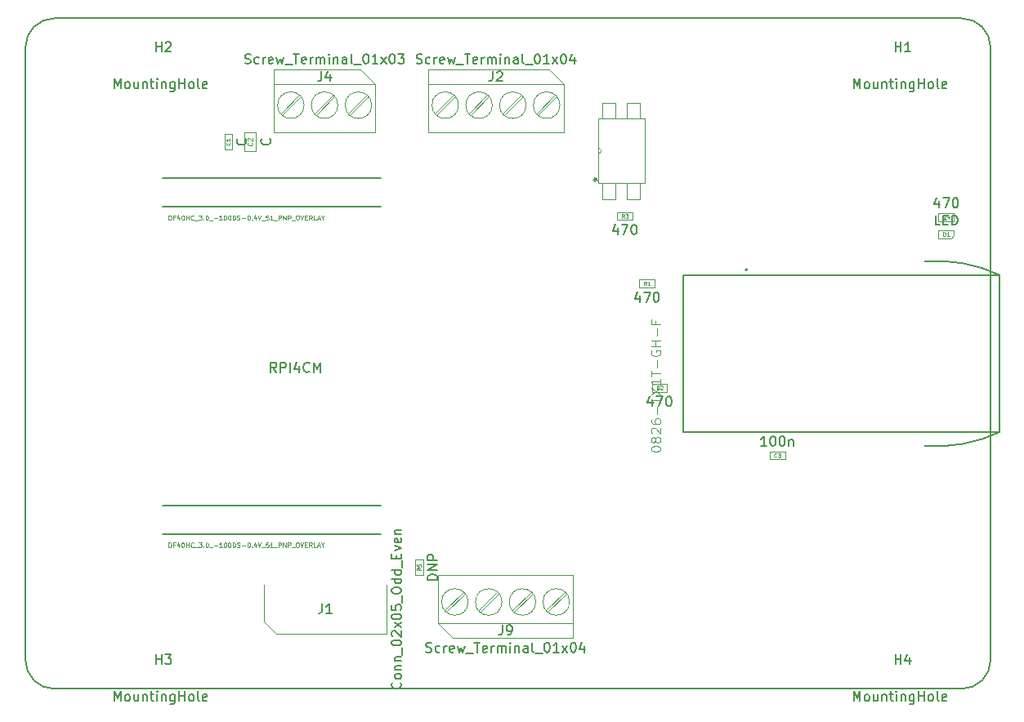
<source format=gbr>
%TF.GenerationSoftware,KiCad,Pcbnew,5.1.10*%
%TF.CreationDate,2021-07-27T11:18:45+02:00*%
%TF.ProjectId,lxbmc,6c78626d-632e-46b6-9963-61645f706362,rev?*%
%TF.SameCoordinates,Original*%
%TF.FileFunction,Other,Fab,Top*%
%FSLAX45Y45*%
G04 Gerber Fmt 4.5, Leading zero omitted, Abs format (unit mm)*
G04 Created by KiCad (PCBNEW 5.1.10) date 2021-07-27 11:18:45*
%MOMM*%
%LPD*%
G01*
G04 APERTURE LIST*
%TA.AperFunction,Profile*%
%ADD10C,0.200000*%
%TD*%
%ADD11C,0.200000*%
%ADD12C,0.127000*%
%ADD13C,0.100000*%
%ADD14C,0.015000*%
%ADD15C,0.150000*%
%ADD16C,0.060000*%
%ADD17C,0.080000*%
G04 APERTURE END LIST*
D10*
X300000Y-6950000D02*
G75*
G02*
X0Y-6650000I0J300000D01*
G01*
X0Y-300000D02*
G75*
G02*
X300000Y0I300000J0D01*
G01*
X10000000Y-6650000D02*
G75*
G02*
X9700000Y-6950000I-300000J0D01*
G01*
X9700000Y0D02*
G75*
G02*
X10000000Y-300000I0J-300000D01*
G01*
X300000Y0D02*
X9700000Y0D01*
X0Y-6650000D02*
X0Y-300000D01*
X10000000Y-300000D02*
X10000000Y-6650000D01*
X9700000Y-6950000D02*
X300000Y-6950000D01*
D11*
X7480000Y-2605000D02*
G75*
G03*
X7480000Y-2605000I-10000J0D01*
G01*
D12*
X10092200Y-2659660D02*
X6815600Y-2659660D01*
X6815600Y-2659660D02*
X6815600Y-4290340D01*
X6815600Y-4290340D02*
X10092200Y-4290340D01*
X10092200Y-4290340D02*
X10092200Y-2659660D01*
X10092200Y-4290340D02*
G75*
G02*
X9317500Y-4430040I-648034J1375760D01*
G01*
X10092200Y-2659660D02*
G75*
G03*
X9317500Y-2519960I-648034J-1375760D01*
G01*
X3679000Y-1951000D02*
X1419000Y-1951000D01*
X1419000Y-1657000D02*
X3679000Y-1657000D01*
X3679000Y-5343000D02*
X1419000Y-5343000D01*
X1419000Y-5049000D02*
X3679000Y-5049000D01*
D13*
X5933700Y-1706740D02*
X6416300Y-1706740D01*
X5933700Y-1041260D02*
X5933700Y-1706740D01*
X6416300Y-1041260D02*
X5933700Y-1041260D01*
X6416300Y-1706740D02*
X6416300Y-1041260D01*
X5980690Y-873620D02*
X5980690Y-1041260D01*
X6115310Y-873620D02*
X5980690Y-873620D01*
X6115310Y-1041260D02*
X6115310Y-873620D01*
X5980690Y-1041260D02*
X6115310Y-1041260D01*
X6234690Y-873620D02*
X6234690Y-1041260D01*
X6369310Y-873620D02*
X6234690Y-873620D01*
X6369310Y-1041260D02*
X6369310Y-873620D01*
X6234690Y-1041260D02*
X6369310Y-1041260D01*
X6369310Y-1874380D02*
X6369310Y-1706740D01*
X6234690Y-1874380D02*
X6369310Y-1874380D01*
X6234690Y-1706740D02*
X6234690Y-1874380D01*
X6369310Y-1706740D02*
X6234690Y-1706740D01*
X6115310Y-1874380D02*
X6115310Y-1706740D01*
X5980690Y-1874380D02*
X6115310Y-1874380D01*
X5980690Y-1706740D02*
X5980690Y-1874380D01*
X6115310Y-1706740D02*
X5980690Y-1706740D01*
X5933700Y-1343520D02*
G75*
G02*
X5933700Y-1404480I0J-30480D01*
G01*
X5587600Y-5945700D02*
X5395800Y-6137500D01*
X5604300Y-5962500D02*
X5412500Y-6154300D01*
X5237600Y-5945700D02*
X5045800Y-6137500D01*
X5254300Y-5962500D02*
X5062500Y-6154300D01*
X4887600Y-5945700D02*
X4695800Y-6137500D01*
X4904300Y-5962500D02*
X4712500Y-6154300D01*
X4537600Y-5945700D02*
X4345700Y-6137500D01*
X4554300Y-5962500D02*
X4362400Y-6154300D01*
X4275000Y-6270000D02*
X5675000Y-6270000D01*
X4275000Y-6270000D02*
X4275000Y-5770000D01*
X4425000Y-6420000D02*
X4275000Y-6270000D01*
X5675000Y-6420000D02*
X4425000Y-6420000D01*
X5675000Y-5770000D02*
X5675000Y-6420000D01*
X4275000Y-5770000D02*
X5675000Y-5770000D01*
X5637500Y-6050000D02*
G75*
G03*
X5637500Y-6050000I-137500J0D01*
G01*
X5287500Y-6050000D02*
G75*
G03*
X5287500Y-6050000I-137500J0D01*
G01*
X4937500Y-6050000D02*
G75*
G03*
X4937500Y-6050000I-137500J0D01*
G01*
X4587500Y-6050000D02*
G75*
G03*
X4587500Y-6050000I-137500J0D01*
G01*
X4262400Y-1004300D02*
X4454200Y-812500D01*
X4245700Y-987500D02*
X4437500Y-795700D01*
X4612400Y-1004300D02*
X4804200Y-812500D01*
X4595700Y-987500D02*
X4787500Y-795700D01*
X4962400Y-1004300D02*
X5154200Y-812500D01*
X4945700Y-987500D02*
X5137500Y-795700D01*
X5312400Y-1004300D02*
X5504300Y-812500D01*
X5295700Y-987500D02*
X5487600Y-795700D01*
X5575000Y-680000D02*
X4175000Y-680000D01*
X5575000Y-680000D02*
X5575000Y-1180000D01*
X5425000Y-530000D02*
X5575000Y-680000D01*
X4175000Y-530000D02*
X5425000Y-530000D01*
X4175000Y-1180000D02*
X4175000Y-530000D01*
X5575000Y-1180000D02*
X4175000Y-1180000D01*
X4487500Y-900000D02*
G75*
G03*
X4487500Y-900000I-137500J0D01*
G01*
X4837500Y-900000D02*
G75*
G03*
X4837500Y-900000I-137500J0D01*
G01*
X5187500Y-900000D02*
G75*
G03*
X5187500Y-900000I-137500J0D01*
G01*
X5537500Y-900000D02*
G75*
G03*
X5537500Y-900000I-137500J0D01*
G01*
X2662400Y-1004300D02*
X2854200Y-812500D01*
X2645700Y-987500D02*
X2837500Y-795700D01*
X3012400Y-1004300D02*
X3204200Y-812500D01*
X2995700Y-987500D02*
X3187500Y-795700D01*
X3362400Y-1004300D02*
X3554300Y-812500D01*
X3345700Y-987500D02*
X3537600Y-795700D01*
X3625000Y-680000D02*
X2575000Y-680000D01*
X3625000Y-680000D02*
X3625000Y-1180000D01*
X3475000Y-530000D02*
X3625000Y-680000D01*
X2575000Y-530000D02*
X3475000Y-530000D01*
X2575000Y-1180000D02*
X2575000Y-530000D01*
X3625000Y-1180000D02*
X2575000Y-1180000D01*
X2887500Y-900000D02*
G75*
G03*
X2887500Y-900000I-137500J0D01*
G01*
X3237500Y-900000D02*
G75*
G03*
X3237500Y-900000I-137500J0D01*
G01*
X3587500Y-900000D02*
G75*
G03*
X3587500Y-900000I-137500J0D01*
G01*
X2473000Y-6250000D02*
X2473000Y-5869000D01*
X3743000Y-5869000D02*
X3743000Y-6377000D01*
X3743000Y-6377000D02*
X2600000Y-6377000D01*
X2600000Y-6377000D02*
X2473000Y-6250000D01*
X4121250Y-5770000D02*
X4038750Y-5770000D01*
X4038750Y-5770000D02*
X4038750Y-5610000D01*
X4038750Y-5610000D02*
X4121250Y-5610000D01*
X4121250Y-5610000D02*
X4121250Y-5770000D01*
X9620000Y-2018750D02*
X9620000Y-2101250D01*
X9620000Y-2101250D02*
X9460000Y-2101250D01*
X9460000Y-2101250D02*
X9460000Y-2018750D01*
X9460000Y-2018750D02*
X9620000Y-2018750D01*
X6290000Y-2091250D02*
X6130000Y-2091250D01*
X6290000Y-2008750D02*
X6290000Y-2091250D01*
X6130000Y-2008750D02*
X6290000Y-2008750D01*
X6130000Y-2091250D02*
X6130000Y-2008750D01*
X6490000Y-3871250D02*
X6490000Y-3788750D01*
X6490000Y-3788750D02*
X6650000Y-3788750D01*
X6650000Y-3788750D02*
X6650000Y-3871250D01*
X6650000Y-3871250D02*
X6490000Y-3871250D01*
X6360000Y-2791250D02*
X6360000Y-2708750D01*
X6360000Y-2708750D02*
X6520000Y-2708750D01*
X6520000Y-2708750D02*
X6520000Y-2791250D01*
X6520000Y-2791250D02*
X6360000Y-2791250D01*
X9460000Y-2280000D02*
X9590000Y-2280000D01*
X9590000Y-2280000D02*
X9620000Y-2250000D01*
X9620000Y-2250000D02*
X9620000Y-2200000D01*
X9620000Y-2200000D02*
X9460000Y-2200000D01*
X9460000Y-2200000D02*
X9460000Y-2280000D01*
X7870000Y-4490000D02*
X7870000Y-4570000D01*
X7870000Y-4570000D02*
X7710000Y-4570000D01*
X7710000Y-4570000D02*
X7710000Y-4490000D01*
X7710000Y-4490000D02*
X7870000Y-4490000D01*
X2390000Y-1380000D02*
X2265000Y-1380000D01*
X2265000Y-1380000D02*
X2265000Y-1180000D01*
X2265000Y-1180000D02*
X2390000Y-1180000D01*
X2390000Y-1180000D02*
X2390000Y-1380000D01*
X2141400Y-1361600D02*
X2061400Y-1361600D01*
X2061400Y-1361600D02*
X2061400Y-1201600D01*
X2061400Y-1201600D02*
X2141400Y-1201600D01*
X2141400Y-1201600D02*
X2141400Y-1361600D01*
D14*
X6481738Y-4467524D02*
X6481738Y-4458000D01*
X6486500Y-4448476D01*
X6491262Y-4443714D01*
X6500786Y-4438952D01*
X6519833Y-4434190D01*
X6543643Y-4434190D01*
X6562690Y-4438952D01*
X6572214Y-4443714D01*
X6576976Y-4448476D01*
X6581738Y-4458000D01*
X6581738Y-4467524D01*
X6576976Y-4477048D01*
X6572214Y-4481810D01*
X6562690Y-4486571D01*
X6543643Y-4491333D01*
X6519833Y-4491333D01*
X6500786Y-4486571D01*
X6491262Y-4481810D01*
X6486500Y-4477048D01*
X6481738Y-4467524D01*
X6524595Y-4377048D02*
X6519833Y-4386571D01*
X6515071Y-4391333D01*
X6505548Y-4396095D01*
X6500786Y-4396095D01*
X6491262Y-4391333D01*
X6486500Y-4386571D01*
X6481738Y-4377048D01*
X6481738Y-4358000D01*
X6486500Y-4348476D01*
X6491262Y-4343714D01*
X6500786Y-4338952D01*
X6505548Y-4338952D01*
X6515071Y-4343714D01*
X6519833Y-4348476D01*
X6524595Y-4358000D01*
X6524595Y-4377048D01*
X6529357Y-4386571D01*
X6534119Y-4391333D01*
X6543643Y-4396095D01*
X6562690Y-4396095D01*
X6572214Y-4391333D01*
X6576976Y-4386571D01*
X6581738Y-4377048D01*
X6581738Y-4358000D01*
X6576976Y-4348476D01*
X6572214Y-4343714D01*
X6562690Y-4338952D01*
X6543643Y-4338952D01*
X6534119Y-4343714D01*
X6529357Y-4348476D01*
X6524595Y-4358000D01*
X6491262Y-4300857D02*
X6486500Y-4296095D01*
X6481738Y-4286571D01*
X6481738Y-4262762D01*
X6486500Y-4253238D01*
X6491262Y-4248476D01*
X6500786Y-4243714D01*
X6510309Y-4243714D01*
X6524595Y-4248476D01*
X6581738Y-4305619D01*
X6581738Y-4243714D01*
X6481738Y-4158000D02*
X6481738Y-4177048D01*
X6486500Y-4186571D01*
X6491262Y-4191333D01*
X6505548Y-4200857D01*
X6524595Y-4205619D01*
X6562690Y-4205619D01*
X6572214Y-4200857D01*
X6576976Y-4196095D01*
X6581738Y-4186571D01*
X6581738Y-4167524D01*
X6576976Y-4158000D01*
X6572214Y-4153238D01*
X6562690Y-4148476D01*
X6538881Y-4148476D01*
X6529357Y-4153238D01*
X6524595Y-4158000D01*
X6519833Y-4167524D01*
X6519833Y-4186571D01*
X6524595Y-4196095D01*
X6529357Y-4200857D01*
X6538881Y-4205619D01*
X6543643Y-4105619D02*
X6543643Y-4029428D01*
X6581738Y-3929428D02*
X6581738Y-3986571D01*
X6581738Y-3958000D02*
X6481738Y-3958000D01*
X6496024Y-3967524D01*
X6505548Y-3977048D01*
X6510309Y-3986571D01*
X6481738Y-3896095D02*
X6581738Y-3829428D01*
X6481738Y-3829428D02*
X6581738Y-3896095D01*
X6581738Y-3738952D02*
X6581738Y-3796095D01*
X6581738Y-3767524D02*
X6481738Y-3767524D01*
X6496024Y-3777048D01*
X6505548Y-3786571D01*
X6510309Y-3796095D01*
X6481738Y-3710381D02*
X6481738Y-3653238D01*
X6581738Y-3681809D02*
X6481738Y-3681809D01*
X6543643Y-3619905D02*
X6543643Y-3543714D01*
X6486500Y-3443714D02*
X6481738Y-3453238D01*
X6481738Y-3467524D01*
X6486500Y-3481809D01*
X6496024Y-3491333D01*
X6505548Y-3496095D01*
X6524595Y-3500857D01*
X6538881Y-3500857D01*
X6557928Y-3496095D01*
X6567452Y-3491333D01*
X6576976Y-3481809D01*
X6581738Y-3467524D01*
X6581738Y-3458000D01*
X6576976Y-3443714D01*
X6572214Y-3438952D01*
X6538881Y-3438952D01*
X6538881Y-3458000D01*
X6581738Y-3396095D02*
X6481738Y-3396095D01*
X6529357Y-3396095D02*
X6529357Y-3338952D01*
X6581738Y-3338952D02*
X6481738Y-3338952D01*
X6543643Y-3291333D02*
X6543643Y-3215143D01*
X6529357Y-3134190D02*
X6529357Y-3167524D01*
X6581738Y-3167524D02*
X6481738Y-3167524D01*
X6481738Y-3119905D01*
X1484285Y-2089828D02*
X1484285Y-2041745D01*
X1495733Y-2041745D01*
X1502602Y-2044035D01*
X1507182Y-2048614D01*
X1509471Y-2053193D01*
X1511761Y-2062352D01*
X1511761Y-2069221D01*
X1509471Y-2078380D01*
X1507182Y-2082959D01*
X1502602Y-2087538D01*
X1495733Y-2089828D01*
X1484285Y-2089828D01*
X1548396Y-2064642D02*
X1532368Y-2064642D01*
X1532368Y-2089828D02*
X1532368Y-2041745D01*
X1555265Y-2041745D01*
X1594189Y-2057773D02*
X1594189Y-2089828D01*
X1582741Y-2039455D02*
X1571292Y-2073800D01*
X1601058Y-2073800D01*
X1628534Y-2041745D02*
X1633113Y-2041745D01*
X1637693Y-2044035D01*
X1639982Y-2046324D01*
X1642272Y-2050904D01*
X1644562Y-2060062D01*
X1644562Y-2071511D01*
X1642272Y-2080669D01*
X1639982Y-2085249D01*
X1637693Y-2087538D01*
X1633113Y-2089828D01*
X1628534Y-2089828D01*
X1623955Y-2087538D01*
X1621665Y-2085249D01*
X1619375Y-2080669D01*
X1617086Y-2071511D01*
X1617086Y-2060062D01*
X1619375Y-2050904D01*
X1621665Y-2046324D01*
X1623955Y-2044035D01*
X1628534Y-2041745D01*
X1665169Y-2089828D02*
X1665169Y-2041745D01*
X1665169Y-2064642D02*
X1692645Y-2064642D01*
X1692645Y-2089828D02*
X1692645Y-2041745D01*
X1743017Y-2085249D02*
X1740728Y-2087538D01*
X1733859Y-2089828D01*
X1729279Y-2089828D01*
X1722410Y-2087538D01*
X1717831Y-2082959D01*
X1715541Y-2078380D01*
X1713252Y-2069221D01*
X1713252Y-2062352D01*
X1715541Y-2053193D01*
X1717831Y-2048614D01*
X1722410Y-2044035D01*
X1729279Y-2041745D01*
X1733859Y-2041745D01*
X1740728Y-2044035D01*
X1743017Y-2046324D01*
X1752176Y-2094407D02*
X1788811Y-2094407D01*
X1795680Y-2041745D02*
X1825445Y-2041745D01*
X1809418Y-2060062D01*
X1816287Y-2060062D01*
X1820866Y-2062352D01*
X1823156Y-2064642D01*
X1825445Y-2069221D01*
X1825445Y-2080669D01*
X1823156Y-2085249D01*
X1820866Y-2087538D01*
X1816287Y-2089828D01*
X1802549Y-2089828D01*
X1797969Y-2087538D01*
X1795680Y-2085249D01*
X1846052Y-2085249D02*
X1848342Y-2087538D01*
X1846052Y-2089828D01*
X1843763Y-2087538D01*
X1846052Y-2085249D01*
X1846052Y-2089828D01*
X1878108Y-2041745D02*
X1882687Y-2041745D01*
X1887266Y-2044035D01*
X1889556Y-2046324D01*
X1891846Y-2050904D01*
X1894135Y-2060062D01*
X1894135Y-2071511D01*
X1891846Y-2080669D01*
X1889556Y-2085249D01*
X1887266Y-2087538D01*
X1882687Y-2089828D01*
X1878108Y-2089828D01*
X1873528Y-2087538D01*
X1871239Y-2085249D01*
X1868949Y-2080669D01*
X1866659Y-2071511D01*
X1866659Y-2060062D01*
X1868949Y-2050904D01*
X1871239Y-2046324D01*
X1873528Y-2044035D01*
X1878108Y-2041745D01*
X1903294Y-2094407D02*
X1939929Y-2094407D01*
X1951377Y-2071511D02*
X1988012Y-2071511D01*
X2036095Y-2089828D02*
X2008619Y-2089828D01*
X2022357Y-2089828D02*
X2022357Y-2041745D01*
X2017777Y-2048614D01*
X2013198Y-2053193D01*
X2008619Y-2055483D01*
X2065860Y-2041745D02*
X2070440Y-2041745D01*
X2075019Y-2044035D01*
X2077309Y-2046324D01*
X2079598Y-2050904D01*
X2081888Y-2060062D01*
X2081888Y-2071511D01*
X2079598Y-2080669D01*
X2077309Y-2085249D01*
X2075019Y-2087538D01*
X2070440Y-2089828D01*
X2065860Y-2089828D01*
X2061281Y-2087538D01*
X2058991Y-2085249D01*
X2056702Y-2080669D01*
X2054412Y-2071511D01*
X2054412Y-2060062D01*
X2056702Y-2050904D01*
X2058991Y-2046324D01*
X2061281Y-2044035D01*
X2065860Y-2041745D01*
X2111654Y-2041745D02*
X2116233Y-2041745D01*
X2120812Y-2044035D01*
X2123102Y-2046324D01*
X2125392Y-2050904D01*
X2127681Y-2060062D01*
X2127681Y-2071511D01*
X2125392Y-2080669D01*
X2123102Y-2085249D01*
X2120812Y-2087538D01*
X2116233Y-2089828D01*
X2111654Y-2089828D01*
X2107074Y-2087538D01*
X2104785Y-2085249D01*
X2102495Y-2080669D01*
X2100205Y-2071511D01*
X2100205Y-2060062D01*
X2102495Y-2050904D01*
X2104785Y-2046324D01*
X2107074Y-2044035D01*
X2111654Y-2041745D01*
X2148288Y-2089828D02*
X2148288Y-2041745D01*
X2159737Y-2041745D01*
X2166606Y-2044035D01*
X2171185Y-2048614D01*
X2173475Y-2053193D01*
X2175764Y-2062352D01*
X2175764Y-2069221D01*
X2173475Y-2078380D01*
X2171185Y-2082959D01*
X2166606Y-2087538D01*
X2159737Y-2089828D01*
X2148288Y-2089828D01*
X2194082Y-2087538D02*
X2200951Y-2089828D01*
X2212399Y-2089828D01*
X2216978Y-2087538D01*
X2219268Y-2085249D01*
X2221558Y-2080669D01*
X2221558Y-2076090D01*
X2219268Y-2071511D01*
X2216978Y-2069221D01*
X2212399Y-2066931D01*
X2203240Y-2064642D01*
X2198661Y-2062352D01*
X2196371Y-2060062D01*
X2194082Y-2055483D01*
X2194082Y-2050904D01*
X2196371Y-2046324D01*
X2198661Y-2044035D01*
X2203240Y-2041745D01*
X2214689Y-2041745D01*
X2221558Y-2044035D01*
X2242165Y-2071511D02*
X2278799Y-2071511D01*
X2310855Y-2041745D02*
X2315434Y-2041745D01*
X2320013Y-2044035D01*
X2322303Y-2046324D01*
X2324593Y-2050904D01*
X2326882Y-2060062D01*
X2326882Y-2071511D01*
X2324593Y-2080669D01*
X2322303Y-2085249D01*
X2320013Y-2087538D01*
X2315434Y-2089828D01*
X2310855Y-2089828D01*
X2306275Y-2087538D01*
X2303986Y-2085249D01*
X2301696Y-2080669D01*
X2299406Y-2071511D01*
X2299406Y-2060062D01*
X2301696Y-2050904D01*
X2303986Y-2046324D01*
X2306275Y-2044035D01*
X2310855Y-2041745D01*
X2347489Y-2085249D02*
X2349779Y-2087538D01*
X2347489Y-2089828D01*
X2345200Y-2087538D01*
X2347489Y-2085249D01*
X2347489Y-2089828D01*
X2390993Y-2057773D02*
X2390993Y-2089828D01*
X2379545Y-2039455D02*
X2368096Y-2073800D01*
X2397862Y-2073800D01*
X2409310Y-2041745D02*
X2425338Y-2089828D01*
X2441366Y-2041745D01*
X2445945Y-2094407D02*
X2482580Y-2094407D01*
X2516925Y-2041745D02*
X2494028Y-2041745D01*
X2491738Y-2064642D01*
X2494028Y-2062352D01*
X2498607Y-2060062D01*
X2510056Y-2060062D01*
X2514635Y-2062352D01*
X2516925Y-2064642D01*
X2519214Y-2069221D01*
X2519214Y-2080669D01*
X2516925Y-2085249D01*
X2514635Y-2087538D01*
X2510056Y-2089828D01*
X2498607Y-2089828D01*
X2494028Y-2087538D01*
X2491738Y-2085249D01*
X2565008Y-2089828D02*
X2537532Y-2089828D01*
X2551270Y-2089828D02*
X2551270Y-2041745D01*
X2546690Y-2048614D01*
X2542111Y-2053193D01*
X2537532Y-2055483D01*
X2574166Y-2094407D02*
X2610801Y-2094407D01*
X2622249Y-2089828D02*
X2622249Y-2041745D01*
X2640567Y-2041745D01*
X2645146Y-2044035D01*
X2647436Y-2046324D01*
X2649725Y-2050904D01*
X2649725Y-2057773D01*
X2647436Y-2062352D01*
X2645146Y-2064642D01*
X2640567Y-2066931D01*
X2622249Y-2066931D01*
X2670332Y-2089828D02*
X2670332Y-2041745D01*
X2697808Y-2089828D01*
X2697808Y-2041745D01*
X2720705Y-2089828D02*
X2720705Y-2041745D01*
X2739022Y-2041745D01*
X2743602Y-2044035D01*
X2745891Y-2046324D01*
X2748181Y-2050904D01*
X2748181Y-2057773D01*
X2745891Y-2062352D01*
X2743602Y-2064642D01*
X2739022Y-2066931D01*
X2720705Y-2066931D01*
X2757340Y-2094407D02*
X2793974Y-2094407D01*
X2814581Y-2041745D02*
X2823740Y-2041745D01*
X2828319Y-2044035D01*
X2832899Y-2048614D01*
X2835188Y-2057773D01*
X2835188Y-2073800D01*
X2832899Y-2082959D01*
X2828319Y-2087538D01*
X2823740Y-2089828D01*
X2814581Y-2089828D01*
X2810002Y-2087538D01*
X2805423Y-2082959D01*
X2803133Y-2073800D01*
X2803133Y-2057773D01*
X2805423Y-2048614D01*
X2810002Y-2044035D01*
X2814581Y-2041745D01*
X2848926Y-2041745D02*
X2864954Y-2089828D01*
X2880982Y-2041745D01*
X2897009Y-2064642D02*
X2913037Y-2064642D01*
X2919906Y-2089828D02*
X2897009Y-2089828D01*
X2897009Y-2041745D01*
X2919906Y-2041745D01*
X2967989Y-2089828D02*
X2951961Y-2066931D01*
X2940513Y-2089828D02*
X2940513Y-2041745D01*
X2958830Y-2041745D01*
X2963410Y-2044035D01*
X2965699Y-2046324D01*
X2967989Y-2050904D01*
X2967989Y-2057773D01*
X2965699Y-2062352D01*
X2963410Y-2064642D01*
X2958830Y-2066931D01*
X2940513Y-2066931D01*
X3011493Y-2089828D02*
X2988596Y-2089828D01*
X2988596Y-2041745D01*
X3025231Y-2076090D02*
X3048127Y-2076090D01*
X3020651Y-2089828D02*
X3036679Y-2041745D01*
X3052707Y-2089828D01*
X3077893Y-2066931D02*
X3077893Y-2089828D01*
X3061865Y-2041745D02*
X3077893Y-2066931D01*
X3093921Y-2041745D01*
X1484285Y-5481828D02*
X1484285Y-5433745D01*
X1495733Y-5433745D01*
X1502602Y-5436035D01*
X1507182Y-5440614D01*
X1509471Y-5445193D01*
X1511761Y-5454352D01*
X1511761Y-5461221D01*
X1509471Y-5470380D01*
X1507182Y-5474959D01*
X1502602Y-5479538D01*
X1495733Y-5481828D01*
X1484285Y-5481828D01*
X1548396Y-5456642D02*
X1532368Y-5456642D01*
X1532368Y-5481828D02*
X1532368Y-5433745D01*
X1555265Y-5433745D01*
X1594189Y-5449773D02*
X1594189Y-5481828D01*
X1582741Y-5431455D02*
X1571292Y-5465800D01*
X1601058Y-5465800D01*
X1628534Y-5433745D02*
X1633113Y-5433745D01*
X1637693Y-5436035D01*
X1639982Y-5438324D01*
X1642272Y-5442904D01*
X1644562Y-5452062D01*
X1644562Y-5463511D01*
X1642272Y-5472669D01*
X1639982Y-5477249D01*
X1637693Y-5479538D01*
X1633113Y-5481828D01*
X1628534Y-5481828D01*
X1623955Y-5479538D01*
X1621665Y-5477249D01*
X1619375Y-5472669D01*
X1617086Y-5463511D01*
X1617086Y-5452062D01*
X1619375Y-5442904D01*
X1621665Y-5438324D01*
X1623955Y-5436035D01*
X1628534Y-5433745D01*
X1665169Y-5481828D02*
X1665169Y-5433745D01*
X1665169Y-5456642D02*
X1692645Y-5456642D01*
X1692645Y-5481828D02*
X1692645Y-5433745D01*
X1743017Y-5477249D02*
X1740728Y-5479538D01*
X1733859Y-5481828D01*
X1729279Y-5481828D01*
X1722410Y-5479538D01*
X1717831Y-5474959D01*
X1715541Y-5470380D01*
X1713252Y-5461221D01*
X1713252Y-5454352D01*
X1715541Y-5445193D01*
X1717831Y-5440614D01*
X1722410Y-5436035D01*
X1729279Y-5433745D01*
X1733859Y-5433745D01*
X1740728Y-5436035D01*
X1743017Y-5438324D01*
X1752176Y-5486407D02*
X1788811Y-5486407D01*
X1795680Y-5433745D02*
X1825445Y-5433745D01*
X1809418Y-5452062D01*
X1816287Y-5452062D01*
X1820866Y-5454352D01*
X1823156Y-5456642D01*
X1825445Y-5461221D01*
X1825445Y-5472669D01*
X1823156Y-5477249D01*
X1820866Y-5479538D01*
X1816287Y-5481828D01*
X1802549Y-5481828D01*
X1797969Y-5479538D01*
X1795680Y-5477249D01*
X1846052Y-5477249D02*
X1848342Y-5479538D01*
X1846052Y-5481828D01*
X1843763Y-5479538D01*
X1846052Y-5477249D01*
X1846052Y-5481828D01*
X1878108Y-5433745D02*
X1882687Y-5433745D01*
X1887266Y-5436035D01*
X1889556Y-5438324D01*
X1891846Y-5442904D01*
X1894135Y-5452062D01*
X1894135Y-5463511D01*
X1891846Y-5472669D01*
X1889556Y-5477249D01*
X1887266Y-5479538D01*
X1882687Y-5481828D01*
X1878108Y-5481828D01*
X1873528Y-5479538D01*
X1871239Y-5477249D01*
X1868949Y-5472669D01*
X1866659Y-5463511D01*
X1866659Y-5452062D01*
X1868949Y-5442904D01*
X1871239Y-5438324D01*
X1873528Y-5436035D01*
X1878108Y-5433745D01*
X1903294Y-5486407D02*
X1939929Y-5486407D01*
X1951377Y-5463511D02*
X1988012Y-5463511D01*
X2036095Y-5481828D02*
X2008619Y-5481828D01*
X2022357Y-5481828D02*
X2022357Y-5433745D01*
X2017777Y-5440614D01*
X2013198Y-5445193D01*
X2008619Y-5447483D01*
X2065860Y-5433745D02*
X2070440Y-5433745D01*
X2075019Y-5436035D01*
X2077309Y-5438324D01*
X2079598Y-5442904D01*
X2081888Y-5452062D01*
X2081888Y-5463511D01*
X2079598Y-5472669D01*
X2077309Y-5477249D01*
X2075019Y-5479538D01*
X2070440Y-5481828D01*
X2065860Y-5481828D01*
X2061281Y-5479538D01*
X2058991Y-5477249D01*
X2056702Y-5472669D01*
X2054412Y-5463511D01*
X2054412Y-5452062D01*
X2056702Y-5442904D01*
X2058991Y-5438324D01*
X2061281Y-5436035D01*
X2065860Y-5433745D01*
X2111654Y-5433745D02*
X2116233Y-5433745D01*
X2120812Y-5436035D01*
X2123102Y-5438324D01*
X2125392Y-5442904D01*
X2127681Y-5452062D01*
X2127681Y-5463511D01*
X2125392Y-5472669D01*
X2123102Y-5477249D01*
X2120812Y-5479538D01*
X2116233Y-5481828D01*
X2111654Y-5481828D01*
X2107074Y-5479538D01*
X2104785Y-5477249D01*
X2102495Y-5472669D01*
X2100205Y-5463511D01*
X2100205Y-5452062D01*
X2102495Y-5442904D01*
X2104785Y-5438324D01*
X2107074Y-5436035D01*
X2111654Y-5433745D01*
X2148288Y-5481828D02*
X2148288Y-5433745D01*
X2159737Y-5433745D01*
X2166606Y-5436035D01*
X2171185Y-5440614D01*
X2173475Y-5445193D01*
X2175764Y-5454352D01*
X2175764Y-5461221D01*
X2173475Y-5470380D01*
X2171185Y-5474959D01*
X2166606Y-5479538D01*
X2159737Y-5481828D01*
X2148288Y-5481828D01*
X2194082Y-5479538D02*
X2200951Y-5481828D01*
X2212399Y-5481828D01*
X2216978Y-5479538D01*
X2219268Y-5477249D01*
X2221558Y-5472669D01*
X2221558Y-5468090D01*
X2219268Y-5463511D01*
X2216978Y-5461221D01*
X2212399Y-5458931D01*
X2203240Y-5456642D01*
X2198661Y-5454352D01*
X2196371Y-5452062D01*
X2194082Y-5447483D01*
X2194082Y-5442904D01*
X2196371Y-5438324D01*
X2198661Y-5436035D01*
X2203240Y-5433745D01*
X2214689Y-5433745D01*
X2221558Y-5436035D01*
X2242165Y-5463511D02*
X2278799Y-5463511D01*
X2310855Y-5433745D02*
X2315434Y-5433745D01*
X2320013Y-5436035D01*
X2322303Y-5438324D01*
X2324593Y-5442904D01*
X2326882Y-5452062D01*
X2326882Y-5463511D01*
X2324593Y-5472669D01*
X2322303Y-5477249D01*
X2320013Y-5479538D01*
X2315434Y-5481828D01*
X2310855Y-5481828D01*
X2306275Y-5479538D01*
X2303986Y-5477249D01*
X2301696Y-5472669D01*
X2299406Y-5463511D01*
X2299406Y-5452062D01*
X2301696Y-5442904D01*
X2303986Y-5438324D01*
X2306275Y-5436035D01*
X2310855Y-5433745D01*
X2347489Y-5477249D02*
X2349779Y-5479538D01*
X2347489Y-5481828D01*
X2345200Y-5479538D01*
X2347489Y-5477249D01*
X2347489Y-5481828D01*
X2390993Y-5449773D02*
X2390993Y-5481828D01*
X2379545Y-5431455D02*
X2368096Y-5465800D01*
X2397862Y-5465800D01*
X2409310Y-5433745D02*
X2425338Y-5481828D01*
X2441366Y-5433745D01*
X2445945Y-5486407D02*
X2482580Y-5486407D01*
X2516925Y-5433745D02*
X2494028Y-5433745D01*
X2491738Y-5456642D01*
X2494028Y-5454352D01*
X2498607Y-5452062D01*
X2510056Y-5452062D01*
X2514635Y-5454352D01*
X2516925Y-5456642D01*
X2519214Y-5461221D01*
X2519214Y-5472669D01*
X2516925Y-5477249D01*
X2514635Y-5479538D01*
X2510056Y-5481828D01*
X2498607Y-5481828D01*
X2494028Y-5479538D01*
X2491738Y-5477249D01*
X2565008Y-5481828D02*
X2537532Y-5481828D01*
X2551270Y-5481828D02*
X2551270Y-5433745D01*
X2546690Y-5440614D01*
X2542111Y-5445193D01*
X2537532Y-5447483D01*
X2574166Y-5486407D02*
X2610801Y-5486407D01*
X2622249Y-5481828D02*
X2622249Y-5433745D01*
X2640567Y-5433745D01*
X2645146Y-5436035D01*
X2647436Y-5438324D01*
X2649725Y-5442904D01*
X2649725Y-5449773D01*
X2647436Y-5454352D01*
X2645146Y-5456642D01*
X2640567Y-5458931D01*
X2622249Y-5458931D01*
X2670332Y-5481828D02*
X2670332Y-5433745D01*
X2697808Y-5481828D01*
X2697808Y-5433745D01*
X2720705Y-5481828D02*
X2720705Y-5433745D01*
X2739022Y-5433745D01*
X2743602Y-5436035D01*
X2745891Y-5438324D01*
X2748181Y-5442904D01*
X2748181Y-5449773D01*
X2745891Y-5454352D01*
X2743602Y-5456642D01*
X2739022Y-5458931D01*
X2720705Y-5458931D01*
X2757340Y-5486407D02*
X2793974Y-5486407D01*
X2814581Y-5433745D02*
X2823740Y-5433745D01*
X2828319Y-5436035D01*
X2832899Y-5440614D01*
X2835188Y-5449773D01*
X2835188Y-5465800D01*
X2832899Y-5474959D01*
X2828319Y-5479538D01*
X2823740Y-5481828D01*
X2814581Y-5481828D01*
X2810002Y-5479538D01*
X2805423Y-5474959D01*
X2803133Y-5465800D01*
X2803133Y-5449773D01*
X2805423Y-5440614D01*
X2810002Y-5436035D01*
X2814581Y-5433745D01*
X2848926Y-5433745D02*
X2864954Y-5481828D01*
X2880982Y-5433745D01*
X2897009Y-5456642D02*
X2913037Y-5456642D01*
X2919906Y-5481828D02*
X2897009Y-5481828D01*
X2897009Y-5433745D01*
X2919906Y-5433745D01*
X2967989Y-5481828D02*
X2951961Y-5458931D01*
X2940513Y-5481828D02*
X2940513Y-5433745D01*
X2958830Y-5433745D01*
X2963410Y-5436035D01*
X2965699Y-5438324D01*
X2967989Y-5442904D01*
X2967989Y-5449773D01*
X2965699Y-5454352D01*
X2963410Y-5456642D01*
X2958830Y-5458931D01*
X2940513Y-5458931D01*
X3011493Y-5481828D02*
X2988596Y-5481828D01*
X2988596Y-5433745D01*
X3025231Y-5468090D02*
X3048127Y-5468090D01*
X3020651Y-5481828D02*
X3036679Y-5433745D01*
X3052707Y-5481828D01*
X3077893Y-5458931D02*
X3077893Y-5481828D01*
X3061865Y-5433745D02*
X3077893Y-5458931D01*
X3093921Y-5433745D01*
D15*
X5886558Y-1668640D02*
X5910368Y-1668640D01*
X5900844Y-1692449D02*
X5910368Y-1668640D01*
X5900844Y-1644830D01*
X5929415Y-1682926D02*
X5910368Y-1668640D01*
X5929415Y-1654354D01*
X5886558Y-1668640D02*
X5910368Y-1668640D01*
X5900844Y-1692449D02*
X5910368Y-1668640D01*
X5900844Y-1644830D01*
X5929415Y-1682926D02*
X5910368Y-1668640D01*
X5929415Y-1654354D01*
X2600381Y-3668238D02*
X2567048Y-3620619D01*
X2543238Y-3668238D02*
X2543238Y-3568238D01*
X2581333Y-3568238D01*
X2590857Y-3573000D01*
X2595619Y-3577762D01*
X2600381Y-3587286D01*
X2600381Y-3601571D01*
X2595619Y-3611095D01*
X2590857Y-3615857D01*
X2581333Y-3620619D01*
X2543238Y-3620619D01*
X2643238Y-3668238D02*
X2643238Y-3568238D01*
X2681333Y-3568238D01*
X2690857Y-3573000D01*
X2695619Y-3577762D01*
X2700381Y-3587286D01*
X2700381Y-3601571D01*
X2695619Y-3611095D01*
X2690857Y-3615857D01*
X2681333Y-3620619D01*
X2643238Y-3620619D01*
X2743238Y-3668238D02*
X2743238Y-3568238D01*
X2833714Y-3601571D02*
X2833714Y-3668238D01*
X2809905Y-3563476D02*
X2786095Y-3634905D01*
X2848000Y-3634905D01*
X2943238Y-3658714D02*
X2938476Y-3663476D01*
X2924190Y-3668238D01*
X2914667Y-3668238D01*
X2900381Y-3663476D01*
X2890857Y-3653952D01*
X2886095Y-3644428D01*
X2881333Y-3625381D01*
X2881333Y-3611095D01*
X2886095Y-3592048D01*
X2890857Y-3582524D01*
X2900381Y-3573000D01*
X2914667Y-3568238D01*
X2924190Y-3568238D01*
X2938476Y-3573000D01*
X2943238Y-3577762D01*
X2986095Y-3668238D02*
X2986095Y-3568238D01*
X3019428Y-3639667D01*
X3052762Y-3568238D01*
X3052762Y-3668238D01*
X4151190Y-6566476D02*
X4165476Y-6571238D01*
X4189286Y-6571238D01*
X4198810Y-6566476D01*
X4203571Y-6561714D01*
X4208333Y-6552190D01*
X4208333Y-6542667D01*
X4203571Y-6533143D01*
X4198810Y-6528381D01*
X4189286Y-6523619D01*
X4170238Y-6518857D01*
X4160714Y-6514095D01*
X4155952Y-6509333D01*
X4151190Y-6499809D01*
X4151190Y-6490286D01*
X4155952Y-6480762D01*
X4160714Y-6476000D01*
X4170238Y-6471238D01*
X4194048Y-6471238D01*
X4208333Y-6476000D01*
X4294048Y-6566476D02*
X4284524Y-6571238D01*
X4265476Y-6571238D01*
X4255952Y-6566476D01*
X4251190Y-6561714D01*
X4246429Y-6552190D01*
X4246429Y-6523619D01*
X4251190Y-6514095D01*
X4255952Y-6509333D01*
X4265476Y-6504571D01*
X4284524Y-6504571D01*
X4294048Y-6509333D01*
X4336905Y-6571238D02*
X4336905Y-6504571D01*
X4336905Y-6523619D02*
X4341667Y-6514095D01*
X4346429Y-6509333D01*
X4355952Y-6504571D01*
X4365476Y-6504571D01*
X4436905Y-6566476D02*
X4427381Y-6571238D01*
X4408333Y-6571238D01*
X4398810Y-6566476D01*
X4394048Y-6556952D01*
X4394048Y-6518857D01*
X4398810Y-6509333D01*
X4408333Y-6504571D01*
X4427381Y-6504571D01*
X4436905Y-6509333D01*
X4441667Y-6518857D01*
X4441667Y-6528381D01*
X4394048Y-6537905D01*
X4475000Y-6504571D02*
X4494048Y-6571238D01*
X4513095Y-6523619D01*
X4532143Y-6571238D01*
X4551190Y-6504571D01*
X4565476Y-6580762D02*
X4641667Y-6580762D01*
X4651190Y-6471238D02*
X4708333Y-6471238D01*
X4679762Y-6571238D02*
X4679762Y-6471238D01*
X4779762Y-6566476D02*
X4770238Y-6571238D01*
X4751190Y-6571238D01*
X4741667Y-6566476D01*
X4736905Y-6556952D01*
X4736905Y-6518857D01*
X4741667Y-6509333D01*
X4751190Y-6504571D01*
X4770238Y-6504571D01*
X4779762Y-6509333D01*
X4784524Y-6518857D01*
X4784524Y-6528381D01*
X4736905Y-6537905D01*
X4827381Y-6571238D02*
X4827381Y-6504571D01*
X4827381Y-6523619D02*
X4832143Y-6514095D01*
X4836905Y-6509333D01*
X4846429Y-6504571D01*
X4855952Y-6504571D01*
X4889286Y-6571238D02*
X4889286Y-6504571D01*
X4889286Y-6514095D02*
X4894048Y-6509333D01*
X4903571Y-6504571D01*
X4917857Y-6504571D01*
X4927381Y-6509333D01*
X4932143Y-6518857D01*
X4932143Y-6571238D01*
X4932143Y-6518857D02*
X4936905Y-6509333D01*
X4946429Y-6504571D01*
X4960714Y-6504571D01*
X4970238Y-6509333D01*
X4975000Y-6518857D01*
X4975000Y-6571238D01*
X5022619Y-6571238D02*
X5022619Y-6504571D01*
X5022619Y-6471238D02*
X5017857Y-6476000D01*
X5022619Y-6480762D01*
X5027381Y-6476000D01*
X5022619Y-6471238D01*
X5022619Y-6480762D01*
X5070238Y-6504571D02*
X5070238Y-6571238D01*
X5070238Y-6514095D02*
X5075000Y-6509333D01*
X5084524Y-6504571D01*
X5098810Y-6504571D01*
X5108333Y-6509333D01*
X5113095Y-6518857D01*
X5113095Y-6571238D01*
X5203571Y-6571238D02*
X5203571Y-6518857D01*
X5198810Y-6509333D01*
X5189286Y-6504571D01*
X5170238Y-6504571D01*
X5160714Y-6509333D01*
X5203571Y-6566476D02*
X5194048Y-6571238D01*
X5170238Y-6571238D01*
X5160714Y-6566476D01*
X5155952Y-6556952D01*
X5155952Y-6547428D01*
X5160714Y-6537905D01*
X5170238Y-6533143D01*
X5194048Y-6533143D01*
X5203571Y-6528381D01*
X5265476Y-6571238D02*
X5255952Y-6566476D01*
X5251190Y-6556952D01*
X5251190Y-6471238D01*
X5279762Y-6580762D02*
X5355952Y-6580762D01*
X5398810Y-6471238D02*
X5408333Y-6471238D01*
X5417857Y-6476000D01*
X5422619Y-6480762D01*
X5427381Y-6490286D01*
X5432143Y-6509333D01*
X5432143Y-6533143D01*
X5427381Y-6552190D01*
X5422619Y-6561714D01*
X5417857Y-6566476D01*
X5408333Y-6571238D01*
X5398810Y-6571238D01*
X5389286Y-6566476D01*
X5384524Y-6561714D01*
X5379762Y-6552190D01*
X5375000Y-6533143D01*
X5375000Y-6509333D01*
X5379762Y-6490286D01*
X5384524Y-6480762D01*
X5389286Y-6476000D01*
X5398810Y-6471238D01*
X5527381Y-6571238D02*
X5470238Y-6571238D01*
X5498810Y-6571238D02*
X5498810Y-6471238D01*
X5489286Y-6485524D01*
X5479762Y-6495048D01*
X5470238Y-6499809D01*
X5560714Y-6571238D02*
X5613095Y-6504571D01*
X5560714Y-6504571D02*
X5613095Y-6571238D01*
X5670238Y-6471238D02*
X5679762Y-6471238D01*
X5689286Y-6476000D01*
X5694048Y-6480762D01*
X5698809Y-6490286D01*
X5703571Y-6509333D01*
X5703571Y-6533143D01*
X5698809Y-6552190D01*
X5694048Y-6561714D01*
X5689286Y-6566476D01*
X5679762Y-6571238D01*
X5670238Y-6571238D01*
X5660714Y-6566476D01*
X5655952Y-6561714D01*
X5651190Y-6552190D01*
X5646428Y-6533143D01*
X5646428Y-6509333D01*
X5651190Y-6490286D01*
X5655952Y-6480762D01*
X5660714Y-6476000D01*
X5670238Y-6471238D01*
X5789286Y-6504571D02*
X5789286Y-6571238D01*
X5765476Y-6466476D02*
X5741667Y-6537905D01*
X5803571Y-6537905D01*
X4941667Y-6290238D02*
X4941667Y-6361667D01*
X4936905Y-6375952D01*
X4927381Y-6385476D01*
X4913095Y-6390238D01*
X4903571Y-6390238D01*
X4994048Y-6390238D02*
X5013095Y-6390238D01*
X5022619Y-6385476D01*
X5027381Y-6380714D01*
X5036905Y-6366428D01*
X5041667Y-6347381D01*
X5041667Y-6309286D01*
X5036905Y-6299762D01*
X5032143Y-6295000D01*
X5022619Y-6290238D01*
X5003571Y-6290238D01*
X4994048Y-6295000D01*
X4989286Y-6299762D01*
X4984524Y-6309286D01*
X4984524Y-6333095D01*
X4989286Y-6342619D01*
X4994048Y-6347381D01*
X5003571Y-6352143D01*
X5022619Y-6352143D01*
X5032143Y-6347381D01*
X5036905Y-6342619D01*
X5041667Y-6333095D01*
X4051190Y-464476D02*
X4065476Y-469238D01*
X4089286Y-469238D01*
X4098809Y-464476D01*
X4103571Y-459714D01*
X4108333Y-450190D01*
X4108333Y-440667D01*
X4103571Y-431143D01*
X4098809Y-426381D01*
X4089286Y-421619D01*
X4070238Y-416857D01*
X4060714Y-412095D01*
X4055952Y-407333D01*
X4051190Y-397809D01*
X4051190Y-388286D01*
X4055952Y-378762D01*
X4060714Y-374000D01*
X4070238Y-369238D01*
X4094048Y-369238D01*
X4108333Y-374000D01*
X4194048Y-464476D02*
X4184524Y-469238D01*
X4165476Y-469238D01*
X4155952Y-464476D01*
X4151190Y-459714D01*
X4146428Y-450190D01*
X4146428Y-421619D01*
X4151190Y-412095D01*
X4155952Y-407333D01*
X4165476Y-402571D01*
X4184524Y-402571D01*
X4194048Y-407333D01*
X4236905Y-469238D02*
X4236905Y-402571D01*
X4236905Y-421619D02*
X4241667Y-412095D01*
X4246429Y-407333D01*
X4255952Y-402571D01*
X4265476Y-402571D01*
X4336905Y-464476D02*
X4327381Y-469238D01*
X4308333Y-469238D01*
X4298810Y-464476D01*
X4294048Y-454952D01*
X4294048Y-416857D01*
X4298810Y-407333D01*
X4308333Y-402571D01*
X4327381Y-402571D01*
X4336905Y-407333D01*
X4341667Y-416857D01*
X4341667Y-426381D01*
X4294048Y-435905D01*
X4375000Y-402571D02*
X4394048Y-469238D01*
X4413095Y-421619D01*
X4432143Y-469238D01*
X4451190Y-402571D01*
X4465476Y-478762D02*
X4541667Y-478762D01*
X4551190Y-369238D02*
X4608333Y-369238D01*
X4579762Y-469238D02*
X4579762Y-369238D01*
X4679762Y-464476D02*
X4670238Y-469238D01*
X4651190Y-469238D01*
X4641667Y-464476D01*
X4636905Y-454952D01*
X4636905Y-416857D01*
X4641667Y-407333D01*
X4651190Y-402571D01*
X4670238Y-402571D01*
X4679762Y-407333D01*
X4684524Y-416857D01*
X4684524Y-426381D01*
X4636905Y-435905D01*
X4727381Y-469238D02*
X4727381Y-402571D01*
X4727381Y-421619D02*
X4732143Y-412095D01*
X4736905Y-407333D01*
X4746429Y-402571D01*
X4755952Y-402571D01*
X4789286Y-469238D02*
X4789286Y-402571D01*
X4789286Y-412095D02*
X4794048Y-407333D01*
X4803571Y-402571D01*
X4817857Y-402571D01*
X4827381Y-407333D01*
X4832143Y-416857D01*
X4832143Y-469238D01*
X4832143Y-416857D02*
X4836905Y-407333D01*
X4846429Y-402571D01*
X4860714Y-402571D01*
X4870238Y-407333D01*
X4875000Y-416857D01*
X4875000Y-469238D01*
X4922619Y-469238D02*
X4922619Y-402571D01*
X4922619Y-369238D02*
X4917857Y-374000D01*
X4922619Y-378762D01*
X4927381Y-374000D01*
X4922619Y-369238D01*
X4922619Y-378762D01*
X4970238Y-402571D02*
X4970238Y-469238D01*
X4970238Y-412095D02*
X4975000Y-407333D01*
X4984524Y-402571D01*
X4998810Y-402571D01*
X5008333Y-407333D01*
X5013095Y-416857D01*
X5013095Y-469238D01*
X5103571Y-469238D02*
X5103571Y-416857D01*
X5098810Y-407333D01*
X5089286Y-402571D01*
X5070238Y-402571D01*
X5060714Y-407333D01*
X5103571Y-464476D02*
X5094048Y-469238D01*
X5070238Y-469238D01*
X5060714Y-464476D01*
X5055952Y-454952D01*
X5055952Y-445428D01*
X5060714Y-435905D01*
X5070238Y-431143D01*
X5094048Y-431143D01*
X5103571Y-426381D01*
X5165476Y-469238D02*
X5155952Y-464476D01*
X5151190Y-454952D01*
X5151190Y-369238D01*
X5179762Y-478762D02*
X5255952Y-478762D01*
X5298810Y-369238D02*
X5308333Y-369238D01*
X5317857Y-374000D01*
X5322619Y-378762D01*
X5327381Y-388286D01*
X5332143Y-407333D01*
X5332143Y-431143D01*
X5327381Y-450190D01*
X5322619Y-459714D01*
X5317857Y-464476D01*
X5308333Y-469238D01*
X5298810Y-469238D01*
X5289286Y-464476D01*
X5284524Y-459714D01*
X5279762Y-450190D01*
X5275000Y-431143D01*
X5275000Y-407333D01*
X5279762Y-388286D01*
X5284524Y-378762D01*
X5289286Y-374000D01*
X5298810Y-369238D01*
X5427381Y-469238D02*
X5370238Y-469238D01*
X5398810Y-469238D02*
X5398810Y-369238D01*
X5389286Y-383524D01*
X5379762Y-393048D01*
X5370238Y-397809D01*
X5460714Y-469238D02*
X5513095Y-402571D01*
X5460714Y-402571D02*
X5513095Y-469238D01*
X5570238Y-369238D02*
X5579762Y-369238D01*
X5589286Y-374000D01*
X5594048Y-378762D01*
X5598809Y-388286D01*
X5603571Y-407333D01*
X5603571Y-431143D01*
X5598809Y-450190D01*
X5594048Y-459714D01*
X5589286Y-464476D01*
X5579762Y-469238D01*
X5570238Y-469238D01*
X5560714Y-464476D01*
X5555952Y-459714D01*
X5551190Y-450190D01*
X5546429Y-431143D01*
X5546429Y-407333D01*
X5551190Y-388286D01*
X5555952Y-378762D01*
X5560714Y-374000D01*
X5570238Y-369238D01*
X5689286Y-402571D02*
X5689286Y-469238D01*
X5665476Y-364476D02*
X5641667Y-435905D01*
X5703571Y-435905D01*
X4841667Y-550238D02*
X4841667Y-621667D01*
X4836905Y-635952D01*
X4827381Y-645476D01*
X4813095Y-650238D01*
X4803571Y-650238D01*
X4884524Y-559762D02*
X4889286Y-555000D01*
X4898810Y-550238D01*
X4922619Y-550238D01*
X4932143Y-555000D01*
X4936905Y-559762D01*
X4941667Y-569286D01*
X4941667Y-578810D01*
X4936905Y-593095D01*
X4879762Y-650238D01*
X4941667Y-650238D01*
X2276190Y-464476D02*
X2290476Y-469238D01*
X2314286Y-469238D01*
X2323810Y-464476D01*
X2328571Y-459714D01*
X2333333Y-450190D01*
X2333333Y-440667D01*
X2328571Y-431143D01*
X2323810Y-426381D01*
X2314286Y-421619D01*
X2295238Y-416857D01*
X2285714Y-412095D01*
X2280952Y-407333D01*
X2276190Y-397809D01*
X2276190Y-388286D01*
X2280952Y-378762D01*
X2285714Y-374000D01*
X2295238Y-369238D01*
X2319048Y-369238D01*
X2333333Y-374000D01*
X2419048Y-464476D02*
X2409524Y-469238D01*
X2390476Y-469238D01*
X2380952Y-464476D01*
X2376190Y-459714D01*
X2371429Y-450190D01*
X2371429Y-421619D01*
X2376190Y-412095D01*
X2380952Y-407333D01*
X2390476Y-402571D01*
X2409524Y-402571D01*
X2419048Y-407333D01*
X2461905Y-469238D02*
X2461905Y-402571D01*
X2461905Y-421619D02*
X2466667Y-412095D01*
X2471429Y-407333D01*
X2480952Y-402571D01*
X2490476Y-402571D01*
X2561905Y-464476D02*
X2552381Y-469238D01*
X2533333Y-469238D01*
X2523810Y-464476D01*
X2519048Y-454952D01*
X2519048Y-416857D01*
X2523810Y-407333D01*
X2533333Y-402571D01*
X2552381Y-402571D01*
X2561905Y-407333D01*
X2566667Y-416857D01*
X2566667Y-426381D01*
X2519048Y-435905D01*
X2600000Y-402571D02*
X2619048Y-469238D01*
X2638095Y-421619D01*
X2657143Y-469238D01*
X2676190Y-402571D01*
X2690476Y-478762D02*
X2766667Y-478762D01*
X2776190Y-369238D02*
X2833333Y-369238D01*
X2804762Y-469238D02*
X2804762Y-369238D01*
X2904762Y-464476D02*
X2895238Y-469238D01*
X2876190Y-469238D01*
X2866667Y-464476D01*
X2861905Y-454952D01*
X2861905Y-416857D01*
X2866667Y-407333D01*
X2876190Y-402571D01*
X2895238Y-402571D01*
X2904762Y-407333D01*
X2909524Y-416857D01*
X2909524Y-426381D01*
X2861905Y-435905D01*
X2952381Y-469238D02*
X2952381Y-402571D01*
X2952381Y-421619D02*
X2957143Y-412095D01*
X2961905Y-407333D01*
X2971428Y-402571D01*
X2980952Y-402571D01*
X3014286Y-469238D02*
X3014286Y-402571D01*
X3014286Y-412095D02*
X3019048Y-407333D01*
X3028571Y-402571D01*
X3042857Y-402571D01*
X3052381Y-407333D01*
X3057143Y-416857D01*
X3057143Y-469238D01*
X3057143Y-416857D02*
X3061905Y-407333D01*
X3071428Y-402571D01*
X3085714Y-402571D01*
X3095238Y-407333D01*
X3100000Y-416857D01*
X3100000Y-469238D01*
X3147619Y-469238D02*
X3147619Y-402571D01*
X3147619Y-369238D02*
X3142857Y-374000D01*
X3147619Y-378762D01*
X3152381Y-374000D01*
X3147619Y-369238D01*
X3147619Y-378762D01*
X3195238Y-402571D02*
X3195238Y-469238D01*
X3195238Y-412095D02*
X3200000Y-407333D01*
X3209524Y-402571D01*
X3223809Y-402571D01*
X3233333Y-407333D01*
X3238095Y-416857D01*
X3238095Y-469238D01*
X3328571Y-469238D02*
X3328571Y-416857D01*
X3323809Y-407333D01*
X3314286Y-402571D01*
X3295238Y-402571D01*
X3285714Y-407333D01*
X3328571Y-464476D02*
X3319048Y-469238D01*
X3295238Y-469238D01*
X3285714Y-464476D01*
X3280952Y-454952D01*
X3280952Y-445428D01*
X3285714Y-435905D01*
X3295238Y-431143D01*
X3319048Y-431143D01*
X3328571Y-426381D01*
X3390476Y-469238D02*
X3380952Y-464476D01*
X3376190Y-454952D01*
X3376190Y-369238D01*
X3404762Y-478762D02*
X3480952Y-478762D01*
X3523809Y-369238D02*
X3533333Y-369238D01*
X3542857Y-374000D01*
X3547619Y-378762D01*
X3552381Y-388286D01*
X3557143Y-407333D01*
X3557143Y-431143D01*
X3552381Y-450190D01*
X3547619Y-459714D01*
X3542857Y-464476D01*
X3533333Y-469238D01*
X3523809Y-469238D01*
X3514286Y-464476D01*
X3509524Y-459714D01*
X3504762Y-450190D01*
X3500000Y-431143D01*
X3500000Y-407333D01*
X3504762Y-388286D01*
X3509524Y-378762D01*
X3514286Y-374000D01*
X3523809Y-369238D01*
X3652381Y-469238D02*
X3595238Y-469238D01*
X3623809Y-469238D02*
X3623809Y-369238D01*
X3614286Y-383524D01*
X3604762Y-393048D01*
X3595238Y-397809D01*
X3685714Y-469238D02*
X3738095Y-402571D01*
X3685714Y-402571D02*
X3738095Y-469238D01*
X3795238Y-369238D02*
X3804762Y-369238D01*
X3814286Y-374000D01*
X3819048Y-378762D01*
X3823809Y-388286D01*
X3828571Y-407333D01*
X3828571Y-431143D01*
X3823809Y-450190D01*
X3819048Y-459714D01*
X3814286Y-464476D01*
X3804762Y-469238D01*
X3795238Y-469238D01*
X3785714Y-464476D01*
X3780952Y-459714D01*
X3776190Y-450190D01*
X3771428Y-431143D01*
X3771428Y-407333D01*
X3776190Y-388286D01*
X3780952Y-378762D01*
X3785714Y-374000D01*
X3795238Y-369238D01*
X3861905Y-369238D02*
X3923809Y-369238D01*
X3890476Y-407333D01*
X3904762Y-407333D01*
X3914286Y-412095D01*
X3919048Y-416857D01*
X3923809Y-426381D01*
X3923809Y-450190D01*
X3919048Y-459714D01*
X3914286Y-464476D01*
X3904762Y-469238D01*
X3876190Y-469238D01*
X3866667Y-464476D01*
X3861905Y-459714D01*
X3066667Y-550238D02*
X3066667Y-621667D01*
X3061905Y-635952D01*
X3052381Y-645476D01*
X3038095Y-650238D01*
X3028571Y-650238D01*
X3157143Y-583571D02*
X3157143Y-650238D01*
X3133333Y-545476D02*
X3109524Y-616905D01*
X3171428Y-616905D01*
X8581429Y-7075238D02*
X8581429Y-6975238D01*
X8614762Y-7046667D01*
X8648095Y-6975238D01*
X8648095Y-7075238D01*
X8710000Y-7075238D02*
X8700476Y-7070476D01*
X8695714Y-7065714D01*
X8690952Y-7056190D01*
X8690952Y-7027619D01*
X8695714Y-7018095D01*
X8700476Y-7013333D01*
X8710000Y-7008571D01*
X8724286Y-7008571D01*
X8733810Y-7013333D01*
X8738571Y-7018095D01*
X8743333Y-7027619D01*
X8743333Y-7056190D01*
X8738571Y-7065714D01*
X8733810Y-7070476D01*
X8724286Y-7075238D01*
X8710000Y-7075238D01*
X8829048Y-7008571D02*
X8829048Y-7075238D01*
X8786190Y-7008571D02*
X8786190Y-7060952D01*
X8790952Y-7070476D01*
X8800476Y-7075238D01*
X8814762Y-7075238D01*
X8824286Y-7070476D01*
X8829048Y-7065714D01*
X8876667Y-7008571D02*
X8876667Y-7075238D01*
X8876667Y-7018095D02*
X8881429Y-7013333D01*
X8890952Y-7008571D01*
X8905238Y-7008571D01*
X8914762Y-7013333D01*
X8919524Y-7022857D01*
X8919524Y-7075238D01*
X8952857Y-7008571D02*
X8990952Y-7008571D01*
X8967143Y-6975238D02*
X8967143Y-7060952D01*
X8971905Y-7070476D01*
X8981429Y-7075238D01*
X8990952Y-7075238D01*
X9024286Y-7075238D02*
X9024286Y-7008571D01*
X9024286Y-6975238D02*
X9019524Y-6980000D01*
X9024286Y-6984762D01*
X9029048Y-6980000D01*
X9024286Y-6975238D01*
X9024286Y-6984762D01*
X9071905Y-7008571D02*
X9071905Y-7075238D01*
X9071905Y-7018095D02*
X9076667Y-7013333D01*
X9086190Y-7008571D01*
X9100476Y-7008571D01*
X9110000Y-7013333D01*
X9114762Y-7022857D01*
X9114762Y-7075238D01*
X9205238Y-7008571D02*
X9205238Y-7089524D01*
X9200476Y-7099048D01*
X9195714Y-7103809D01*
X9186190Y-7108571D01*
X9171905Y-7108571D01*
X9162381Y-7103809D01*
X9205238Y-7070476D02*
X9195714Y-7075238D01*
X9176667Y-7075238D01*
X9167143Y-7070476D01*
X9162381Y-7065714D01*
X9157619Y-7056190D01*
X9157619Y-7027619D01*
X9162381Y-7018095D01*
X9167143Y-7013333D01*
X9176667Y-7008571D01*
X9195714Y-7008571D01*
X9205238Y-7013333D01*
X9252857Y-7075238D02*
X9252857Y-6975238D01*
X9252857Y-7022857D02*
X9310000Y-7022857D01*
X9310000Y-7075238D02*
X9310000Y-6975238D01*
X9371905Y-7075238D02*
X9362381Y-7070476D01*
X9357619Y-7065714D01*
X9352857Y-7056190D01*
X9352857Y-7027619D01*
X9357619Y-7018095D01*
X9362381Y-7013333D01*
X9371905Y-7008571D01*
X9386190Y-7008571D01*
X9395714Y-7013333D01*
X9400476Y-7018095D01*
X9405238Y-7027619D01*
X9405238Y-7056190D01*
X9400476Y-7065714D01*
X9395714Y-7070476D01*
X9386190Y-7075238D01*
X9371905Y-7075238D01*
X9462381Y-7075238D02*
X9452857Y-7070476D01*
X9448095Y-7060952D01*
X9448095Y-6975238D01*
X9538571Y-7070476D02*
X9529048Y-7075238D01*
X9510000Y-7075238D01*
X9500476Y-7070476D01*
X9495714Y-7060952D01*
X9495714Y-7022857D01*
X9500476Y-7013333D01*
X9510000Y-7008571D01*
X9529048Y-7008571D01*
X9538571Y-7013333D01*
X9543333Y-7022857D01*
X9543333Y-7032381D01*
X9495714Y-7041905D01*
X9013810Y-6695238D02*
X9013810Y-6595238D01*
X9013810Y-6642857D02*
X9070952Y-6642857D01*
X9070952Y-6695238D02*
X9070952Y-6595238D01*
X9161429Y-6628571D02*
X9161429Y-6695238D01*
X9137619Y-6590476D02*
X9113810Y-6661905D01*
X9175714Y-6661905D01*
X921428Y-7075238D02*
X921428Y-6975238D01*
X954762Y-7046667D01*
X988095Y-6975238D01*
X988095Y-7075238D01*
X1050000Y-7075238D02*
X1040476Y-7070476D01*
X1035714Y-7065714D01*
X1030952Y-7056190D01*
X1030952Y-7027619D01*
X1035714Y-7018095D01*
X1040476Y-7013333D01*
X1050000Y-7008571D01*
X1064286Y-7008571D01*
X1073810Y-7013333D01*
X1078571Y-7018095D01*
X1083333Y-7027619D01*
X1083333Y-7056190D01*
X1078571Y-7065714D01*
X1073810Y-7070476D01*
X1064286Y-7075238D01*
X1050000Y-7075238D01*
X1169048Y-7008571D02*
X1169048Y-7075238D01*
X1126190Y-7008571D02*
X1126190Y-7060952D01*
X1130952Y-7070476D01*
X1140476Y-7075238D01*
X1154762Y-7075238D01*
X1164286Y-7070476D01*
X1169048Y-7065714D01*
X1216667Y-7008571D02*
X1216667Y-7075238D01*
X1216667Y-7018095D02*
X1221429Y-7013333D01*
X1230952Y-7008571D01*
X1245238Y-7008571D01*
X1254762Y-7013333D01*
X1259524Y-7022857D01*
X1259524Y-7075238D01*
X1292857Y-7008571D02*
X1330952Y-7008571D01*
X1307143Y-6975238D02*
X1307143Y-7060952D01*
X1311905Y-7070476D01*
X1321429Y-7075238D01*
X1330952Y-7075238D01*
X1364286Y-7075238D02*
X1364286Y-7008571D01*
X1364286Y-6975238D02*
X1359524Y-6980000D01*
X1364286Y-6984762D01*
X1369048Y-6980000D01*
X1364286Y-6975238D01*
X1364286Y-6984762D01*
X1411905Y-7008571D02*
X1411905Y-7075238D01*
X1411905Y-7018095D02*
X1416667Y-7013333D01*
X1426190Y-7008571D01*
X1440476Y-7008571D01*
X1450000Y-7013333D01*
X1454762Y-7022857D01*
X1454762Y-7075238D01*
X1545238Y-7008571D02*
X1545238Y-7089524D01*
X1540476Y-7099048D01*
X1535714Y-7103809D01*
X1526190Y-7108571D01*
X1511905Y-7108571D01*
X1502381Y-7103809D01*
X1545238Y-7070476D02*
X1535714Y-7075238D01*
X1516667Y-7075238D01*
X1507143Y-7070476D01*
X1502381Y-7065714D01*
X1497619Y-7056190D01*
X1497619Y-7027619D01*
X1502381Y-7018095D01*
X1507143Y-7013333D01*
X1516667Y-7008571D01*
X1535714Y-7008571D01*
X1545238Y-7013333D01*
X1592857Y-7075238D02*
X1592857Y-6975238D01*
X1592857Y-7022857D02*
X1650000Y-7022857D01*
X1650000Y-7075238D02*
X1650000Y-6975238D01*
X1711905Y-7075238D02*
X1702381Y-7070476D01*
X1697619Y-7065714D01*
X1692857Y-7056190D01*
X1692857Y-7027619D01*
X1697619Y-7018095D01*
X1702381Y-7013333D01*
X1711905Y-7008571D01*
X1726190Y-7008571D01*
X1735714Y-7013333D01*
X1740476Y-7018095D01*
X1745238Y-7027619D01*
X1745238Y-7056190D01*
X1740476Y-7065714D01*
X1735714Y-7070476D01*
X1726190Y-7075238D01*
X1711905Y-7075238D01*
X1802381Y-7075238D02*
X1792857Y-7070476D01*
X1788095Y-7060952D01*
X1788095Y-6975238D01*
X1878571Y-7070476D02*
X1869048Y-7075238D01*
X1850000Y-7075238D01*
X1840476Y-7070476D01*
X1835714Y-7060952D01*
X1835714Y-7022857D01*
X1840476Y-7013333D01*
X1850000Y-7008571D01*
X1869048Y-7008571D01*
X1878571Y-7013333D01*
X1883333Y-7022857D01*
X1883333Y-7032381D01*
X1835714Y-7041905D01*
X1353810Y-6695238D02*
X1353810Y-6595238D01*
X1353810Y-6642857D02*
X1410952Y-6642857D01*
X1410952Y-6695238D02*
X1410952Y-6595238D01*
X1449048Y-6595238D02*
X1510952Y-6595238D01*
X1477619Y-6633333D01*
X1491905Y-6633333D01*
X1501428Y-6638095D01*
X1506190Y-6642857D01*
X1510952Y-6652381D01*
X1510952Y-6676190D01*
X1506190Y-6685714D01*
X1501428Y-6690476D01*
X1491905Y-6695238D01*
X1463333Y-6695238D01*
X1453809Y-6690476D01*
X1449048Y-6685714D01*
X921428Y-725238D02*
X921428Y-625238D01*
X954762Y-696667D01*
X988095Y-625238D01*
X988095Y-725238D01*
X1050000Y-725238D02*
X1040476Y-720476D01*
X1035714Y-715714D01*
X1030952Y-706190D01*
X1030952Y-677619D01*
X1035714Y-668095D01*
X1040476Y-663333D01*
X1050000Y-658571D01*
X1064286Y-658571D01*
X1073810Y-663333D01*
X1078571Y-668095D01*
X1083333Y-677619D01*
X1083333Y-706190D01*
X1078571Y-715714D01*
X1073810Y-720476D01*
X1064286Y-725238D01*
X1050000Y-725238D01*
X1169048Y-658571D02*
X1169048Y-725238D01*
X1126190Y-658571D02*
X1126190Y-710952D01*
X1130952Y-720476D01*
X1140476Y-725238D01*
X1154762Y-725238D01*
X1164286Y-720476D01*
X1169048Y-715714D01*
X1216667Y-658571D02*
X1216667Y-725238D01*
X1216667Y-668095D02*
X1221429Y-663333D01*
X1230952Y-658571D01*
X1245238Y-658571D01*
X1254762Y-663333D01*
X1259524Y-672857D01*
X1259524Y-725238D01*
X1292857Y-658571D02*
X1330952Y-658571D01*
X1307143Y-625238D02*
X1307143Y-710952D01*
X1311905Y-720476D01*
X1321429Y-725238D01*
X1330952Y-725238D01*
X1364286Y-725238D02*
X1364286Y-658571D01*
X1364286Y-625238D02*
X1359524Y-630000D01*
X1364286Y-634762D01*
X1369048Y-630000D01*
X1364286Y-625238D01*
X1364286Y-634762D01*
X1411905Y-658571D02*
X1411905Y-725238D01*
X1411905Y-668095D02*
X1416667Y-663333D01*
X1426190Y-658571D01*
X1440476Y-658571D01*
X1450000Y-663333D01*
X1454762Y-672857D01*
X1454762Y-725238D01*
X1545238Y-658571D02*
X1545238Y-739524D01*
X1540476Y-749048D01*
X1535714Y-753809D01*
X1526190Y-758571D01*
X1511905Y-758571D01*
X1502381Y-753809D01*
X1545238Y-720476D02*
X1535714Y-725238D01*
X1516667Y-725238D01*
X1507143Y-720476D01*
X1502381Y-715714D01*
X1497619Y-706190D01*
X1497619Y-677619D01*
X1502381Y-668095D01*
X1507143Y-663333D01*
X1516667Y-658571D01*
X1535714Y-658571D01*
X1545238Y-663333D01*
X1592857Y-725238D02*
X1592857Y-625238D01*
X1592857Y-672857D02*
X1650000Y-672857D01*
X1650000Y-725238D02*
X1650000Y-625238D01*
X1711905Y-725238D02*
X1702381Y-720476D01*
X1697619Y-715714D01*
X1692857Y-706190D01*
X1692857Y-677619D01*
X1697619Y-668095D01*
X1702381Y-663333D01*
X1711905Y-658571D01*
X1726190Y-658571D01*
X1735714Y-663333D01*
X1740476Y-668095D01*
X1745238Y-677619D01*
X1745238Y-706190D01*
X1740476Y-715714D01*
X1735714Y-720476D01*
X1726190Y-725238D01*
X1711905Y-725238D01*
X1802381Y-725238D02*
X1792857Y-720476D01*
X1788095Y-710952D01*
X1788095Y-625238D01*
X1878571Y-720476D02*
X1869048Y-725238D01*
X1850000Y-725238D01*
X1840476Y-720476D01*
X1835714Y-710952D01*
X1835714Y-672857D01*
X1840476Y-663333D01*
X1850000Y-658571D01*
X1869048Y-658571D01*
X1878571Y-663333D01*
X1883333Y-672857D01*
X1883333Y-682381D01*
X1835714Y-691905D01*
X1353810Y-345238D02*
X1353810Y-245238D01*
X1353810Y-292857D02*
X1410952Y-292857D01*
X1410952Y-345238D02*
X1410952Y-245238D01*
X1453809Y-254762D02*
X1458571Y-250000D01*
X1468095Y-245238D01*
X1491905Y-245238D01*
X1501428Y-250000D01*
X1506190Y-254762D01*
X1510952Y-264286D01*
X1510952Y-273810D01*
X1506190Y-288095D01*
X1449048Y-345238D01*
X1510952Y-345238D01*
X8581429Y-725238D02*
X8581429Y-625238D01*
X8614762Y-696667D01*
X8648095Y-625238D01*
X8648095Y-725238D01*
X8710000Y-725238D02*
X8700476Y-720476D01*
X8695714Y-715714D01*
X8690952Y-706190D01*
X8690952Y-677619D01*
X8695714Y-668095D01*
X8700476Y-663333D01*
X8710000Y-658571D01*
X8724286Y-658571D01*
X8733810Y-663333D01*
X8738571Y-668095D01*
X8743333Y-677619D01*
X8743333Y-706190D01*
X8738571Y-715714D01*
X8733810Y-720476D01*
X8724286Y-725238D01*
X8710000Y-725238D01*
X8829048Y-658571D02*
X8829048Y-725238D01*
X8786190Y-658571D02*
X8786190Y-710952D01*
X8790952Y-720476D01*
X8800476Y-725238D01*
X8814762Y-725238D01*
X8824286Y-720476D01*
X8829048Y-715714D01*
X8876667Y-658571D02*
X8876667Y-725238D01*
X8876667Y-668095D02*
X8881429Y-663333D01*
X8890952Y-658571D01*
X8905238Y-658571D01*
X8914762Y-663333D01*
X8919524Y-672857D01*
X8919524Y-725238D01*
X8952857Y-658571D02*
X8990952Y-658571D01*
X8967143Y-625238D02*
X8967143Y-710952D01*
X8971905Y-720476D01*
X8981429Y-725238D01*
X8990952Y-725238D01*
X9024286Y-725238D02*
X9024286Y-658571D01*
X9024286Y-625238D02*
X9019524Y-630000D01*
X9024286Y-634762D01*
X9029048Y-630000D01*
X9024286Y-625238D01*
X9024286Y-634762D01*
X9071905Y-658571D02*
X9071905Y-725238D01*
X9071905Y-668095D02*
X9076667Y-663333D01*
X9086190Y-658571D01*
X9100476Y-658571D01*
X9110000Y-663333D01*
X9114762Y-672857D01*
X9114762Y-725238D01*
X9205238Y-658571D02*
X9205238Y-739524D01*
X9200476Y-749048D01*
X9195714Y-753809D01*
X9186190Y-758571D01*
X9171905Y-758571D01*
X9162381Y-753809D01*
X9205238Y-720476D02*
X9195714Y-725238D01*
X9176667Y-725238D01*
X9167143Y-720476D01*
X9162381Y-715714D01*
X9157619Y-706190D01*
X9157619Y-677619D01*
X9162381Y-668095D01*
X9167143Y-663333D01*
X9176667Y-658571D01*
X9195714Y-658571D01*
X9205238Y-663333D01*
X9252857Y-725238D02*
X9252857Y-625238D01*
X9252857Y-672857D02*
X9310000Y-672857D01*
X9310000Y-725238D02*
X9310000Y-625238D01*
X9371905Y-725238D02*
X9362381Y-720476D01*
X9357619Y-715714D01*
X9352857Y-706190D01*
X9352857Y-677619D01*
X9357619Y-668095D01*
X9362381Y-663333D01*
X9371905Y-658571D01*
X9386190Y-658571D01*
X9395714Y-663333D01*
X9400476Y-668095D01*
X9405238Y-677619D01*
X9405238Y-706190D01*
X9400476Y-715714D01*
X9395714Y-720476D01*
X9386190Y-725238D01*
X9371905Y-725238D01*
X9462381Y-725238D02*
X9452857Y-720476D01*
X9448095Y-710952D01*
X9448095Y-625238D01*
X9538571Y-720476D02*
X9529048Y-725238D01*
X9510000Y-725238D01*
X9500476Y-720476D01*
X9495714Y-710952D01*
X9495714Y-672857D01*
X9500476Y-663333D01*
X9510000Y-658571D01*
X9529048Y-658571D01*
X9538571Y-663333D01*
X9543333Y-672857D01*
X9543333Y-682381D01*
X9495714Y-691905D01*
X9013810Y-345238D02*
X9013810Y-245238D01*
X9013810Y-292857D02*
X9070952Y-292857D01*
X9070952Y-345238D02*
X9070952Y-245238D01*
X9170952Y-345238D02*
X9113810Y-345238D01*
X9142381Y-345238D02*
X9142381Y-245238D01*
X9132857Y-259524D01*
X9123333Y-269048D01*
X9113810Y-273810D01*
X3884714Y-6887286D02*
X3889476Y-6892048D01*
X3894238Y-6906333D01*
X3894238Y-6915857D01*
X3889476Y-6930143D01*
X3879952Y-6939667D01*
X3870428Y-6944428D01*
X3851381Y-6949190D01*
X3837095Y-6949190D01*
X3818048Y-6944428D01*
X3808524Y-6939667D01*
X3799000Y-6930143D01*
X3794238Y-6915857D01*
X3794238Y-6906333D01*
X3799000Y-6892048D01*
X3803762Y-6887286D01*
X3894238Y-6830143D02*
X3889476Y-6839667D01*
X3884714Y-6844428D01*
X3875190Y-6849190D01*
X3846619Y-6849190D01*
X3837095Y-6844428D01*
X3832333Y-6839667D01*
X3827571Y-6830143D01*
X3827571Y-6815857D01*
X3832333Y-6806333D01*
X3837095Y-6801571D01*
X3846619Y-6796809D01*
X3875190Y-6796809D01*
X3884714Y-6801571D01*
X3889476Y-6806333D01*
X3894238Y-6815857D01*
X3894238Y-6830143D01*
X3827571Y-6753952D02*
X3894238Y-6753952D01*
X3837095Y-6753952D02*
X3832333Y-6749190D01*
X3827571Y-6739667D01*
X3827571Y-6725381D01*
X3832333Y-6715857D01*
X3841857Y-6711095D01*
X3894238Y-6711095D01*
X3827571Y-6663476D02*
X3894238Y-6663476D01*
X3837095Y-6663476D02*
X3832333Y-6658714D01*
X3827571Y-6649190D01*
X3827571Y-6634905D01*
X3832333Y-6625381D01*
X3841857Y-6620619D01*
X3894238Y-6620619D01*
X3903762Y-6596809D02*
X3903762Y-6520619D01*
X3794238Y-6477762D02*
X3794238Y-6468238D01*
X3799000Y-6458714D01*
X3803762Y-6453952D01*
X3813286Y-6449190D01*
X3832333Y-6444428D01*
X3856143Y-6444428D01*
X3875190Y-6449190D01*
X3884714Y-6453952D01*
X3889476Y-6458714D01*
X3894238Y-6468238D01*
X3894238Y-6477762D01*
X3889476Y-6487286D01*
X3884714Y-6492048D01*
X3875190Y-6496809D01*
X3856143Y-6501571D01*
X3832333Y-6501571D01*
X3813286Y-6496809D01*
X3803762Y-6492048D01*
X3799000Y-6487286D01*
X3794238Y-6477762D01*
X3803762Y-6406333D02*
X3799000Y-6401571D01*
X3794238Y-6392048D01*
X3794238Y-6368238D01*
X3799000Y-6358714D01*
X3803762Y-6353952D01*
X3813286Y-6349190D01*
X3822809Y-6349190D01*
X3837095Y-6353952D01*
X3894238Y-6411095D01*
X3894238Y-6349190D01*
X3894238Y-6315857D02*
X3827571Y-6263476D01*
X3827571Y-6315857D02*
X3894238Y-6263476D01*
X3794238Y-6206333D02*
X3794238Y-6196809D01*
X3799000Y-6187286D01*
X3803762Y-6182524D01*
X3813286Y-6177762D01*
X3832333Y-6173000D01*
X3856143Y-6173000D01*
X3875190Y-6177762D01*
X3884714Y-6182524D01*
X3889476Y-6187286D01*
X3894238Y-6196809D01*
X3894238Y-6206333D01*
X3889476Y-6215857D01*
X3884714Y-6220619D01*
X3875190Y-6225381D01*
X3856143Y-6230143D01*
X3832333Y-6230143D01*
X3813286Y-6225381D01*
X3803762Y-6220619D01*
X3799000Y-6215857D01*
X3794238Y-6206333D01*
X3794238Y-6082524D02*
X3794238Y-6130143D01*
X3841857Y-6134905D01*
X3837095Y-6130143D01*
X3832333Y-6120619D01*
X3832333Y-6096809D01*
X3837095Y-6087286D01*
X3841857Y-6082524D01*
X3851381Y-6077762D01*
X3875190Y-6077762D01*
X3884714Y-6082524D01*
X3889476Y-6087286D01*
X3894238Y-6096809D01*
X3894238Y-6120619D01*
X3889476Y-6130143D01*
X3884714Y-6134905D01*
X3903762Y-6058714D02*
X3903762Y-5982524D01*
X3794238Y-5939667D02*
X3794238Y-5920619D01*
X3799000Y-5911095D01*
X3808524Y-5901571D01*
X3827571Y-5896809D01*
X3860905Y-5896809D01*
X3879952Y-5901571D01*
X3889476Y-5911095D01*
X3894238Y-5920619D01*
X3894238Y-5939667D01*
X3889476Y-5949190D01*
X3879952Y-5958714D01*
X3860905Y-5963476D01*
X3827571Y-5963476D01*
X3808524Y-5958714D01*
X3799000Y-5949190D01*
X3794238Y-5939667D01*
X3894238Y-5811095D02*
X3794238Y-5811095D01*
X3889476Y-5811095D02*
X3894238Y-5820619D01*
X3894238Y-5839667D01*
X3889476Y-5849190D01*
X3884714Y-5853952D01*
X3875190Y-5858714D01*
X3846619Y-5858714D01*
X3837095Y-5853952D01*
X3832333Y-5849190D01*
X3827571Y-5839667D01*
X3827571Y-5820619D01*
X3832333Y-5811095D01*
X3894238Y-5720619D02*
X3794238Y-5720619D01*
X3889476Y-5720619D02*
X3894238Y-5730143D01*
X3894238Y-5749190D01*
X3889476Y-5758714D01*
X3884714Y-5763476D01*
X3875190Y-5768238D01*
X3846619Y-5768238D01*
X3837095Y-5763476D01*
X3832333Y-5758714D01*
X3827571Y-5749190D01*
X3827571Y-5730143D01*
X3832333Y-5720619D01*
X3903762Y-5696809D02*
X3903762Y-5620619D01*
X3841857Y-5596809D02*
X3841857Y-5563476D01*
X3894238Y-5549190D02*
X3894238Y-5596809D01*
X3794238Y-5596809D01*
X3794238Y-5549190D01*
X3827571Y-5515857D02*
X3894238Y-5492048D01*
X3827571Y-5468238D01*
X3889476Y-5392048D02*
X3894238Y-5401571D01*
X3894238Y-5420619D01*
X3889476Y-5430143D01*
X3879952Y-5434905D01*
X3841857Y-5434905D01*
X3832333Y-5430143D01*
X3827571Y-5420619D01*
X3827571Y-5401571D01*
X3832333Y-5392048D01*
X3841857Y-5387286D01*
X3851381Y-5387286D01*
X3860905Y-5434905D01*
X3827571Y-5344429D02*
X3894238Y-5344429D01*
X3837095Y-5344429D02*
X3832333Y-5339667D01*
X3827571Y-5330143D01*
X3827571Y-5315857D01*
X3832333Y-5306333D01*
X3841857Y-5301571D01*
X3894238Y-5301571D01*
X3074667Y-6068238D02*
X3074667Y-6139667D01*
X3069905Y-6153952D01*
X3060381Y-6163476D01*
X3046095Y-6168238D01*
X3036571Y-6168238D01*
X3174667Y-6168238D02*
X3117524Y-6168238D01*
X3146095Y-6168238D02*
X3146095Y-6068238D01*
X3136571Y-6082524D01*
X3127048Y-6092048D01*
X3117524Y-6096809D01*
X4268238Y-5818571D02*
X4168238Y-5818571D01*
X4168238Y-5794762D01*
X4173000Y-5780476D01*
X4182524Y-5770952D01*
X4192048Y-5766190D01*
X4211095Y-5761428D01*
X4225381Y-5761428D01*
X4244429Y-5766190D01*
X4253952Y-5770952D01*
X4263476Y-5780476D01*
X4268238Y-5794762D01*
X4268238Y-5818571D01*
X4268238Y-5718571D02*
X4168238Y-5718571D01*
X4268238Y-5661428D01*
X4168238Y-5661428D01*
X4268238Y-5613809D02*
X4168238Y-5613809D01*
X4168238Y-5575714D01*
X4173000Y-5566190D01*
X4177762Y-5561429D01*
X4187286Y-5556667D01*
X4201571Y-5556667D01*
X4211095Y-5561429D01*
X4215857Y-5566190D01*
X4220619Y-5575714D01*
X4220619Y-5613809D01*
D16*
X4098095Y-5696667D02*
X4079048Y-5710000D01*
X4098095Y-5719524D02*
X4058095Y-5719524D01*
X4058095Y-5704286D01*
X4060000Y-5700476D01*
X4061905Y-5698571D01*
X4065714Y-5696667D01*
X4071428Y-5696667D01*
X4075238Y-5698571D01*
X4077143Y-5700476D01*
X4079048Y-5704286D01*
X4079048Y-5719524D01*
X4058095Y-5660476D02*
X4058095Y-5679524D01*
X4077143Y-5681428D01*
X4075238Y-5679524D01*
X4073333Y-5675714D01*
X4073333Y-5666190D01*
X4075238Y-5662381D01*
X4077143Y-5660476D01*
X4080952Y-5658571D01*
X4090476Y-5658571D01*
X4094286Y-5660476D01*
X4096190Y-5662381D01*
X4098095Y-5666190D01*
X4098095Y-5675714D01*
X4096190Y-5679524D01*
X4094286Y-5681428D01*
D15*
X9463810Y-1895571D02*
X9463810Y-1962238D01*
X9440000Y-1857476D02*
X9416190Y-1928905D01*
X9478095Y-1928905D01*
X9506667Y-1862238D02*
X9573333Y-1862238D01*
X9530476Y-1962238D01*
X9630476Y-1862238D02*
X9640000Y-1862238D01*
X9649524Y-1867000D01*
X9654286Y-1871762D01*
X9659048Y-1881286D01*
X9663810Y-1900333D01*
X9663810Y-1924143D01*
X9659048Y-1943190D01*
X9654286Y-1952714D01*
X9649524Y-1957476D01*
X9640000Y-1962238D01*
X9630476Y-1962238D01*
X9620952Y-1957476D01*
X9616190Y-1952714D01*
X9611429Y-1943190D01*
X9606667Y-1924143D01*
X9606667Y-1900333D01*
X9611429Y-1881286D01*
X9616190Y-1871762D01*
X9620952Y-1867000D01*
X9630476Y-1862238D01*
D16*
X9533333Y-2078095D02*
X9520000Y-2059048D01*
X9510476Y-2078095D02*
X9510476Y-2038095D01*
X9525714Y-2038095D01*
X9529524Y-2040000D01*
X9531429Y-2041905D01*
X9533333Y-2045714D01*
X9533333Y-2051428D01*
X9531429Y-2055238D01*
X9529524Y-2057143D01*
X9525714Y-2059048D01*
X9510476Y-2059048D01*
X9567619Y-2051428D02*
X9567619Y-2078095D01*
X9558095Y-2036190D02*
X9548571Y-2064762D01*
X9573333Y-2064762D01*
D15*
X6133809Y-2171571D02*
X6133809Y-2238238D01*
X6110000Y-2133476D02*
X6086190Y-2204905D01*
X6148095Y-2204905D01*
X6176667Y-2138238D02*
X6243333Y-2138238D01*
X6200476Y-2238238D01*
X6300476Y-2138238D02*
X6310000Y-2138238D01*
X6319524Y-2143000D01*
X6324286Y-2147762D01*
X6329048Y-2157286D01*
X6333809Y-2176333D01*
X6333809Y-2200143D01*
X6329048Y-2219190D01*
X6324286Y-2228714D01*
X6319524Y-2233476D01*
X6310000Y-2238238D01*
X6300476Y-2238238D01*
X6290952Y-2233476D01*
X6286190Y-2228714D01*
X6281428Y-2219190D01*
X6276667Y-2200143D01*
X6276667Y-2176333D01*
X6281428Y-2157286D01*
X6286190Y-2147762D01*
X6290952Y-2143000D01*
X6300476Y-2138238D01*
D16*
X6203333Y-2068095D02*
X6190000Y-2049048D01*
X6180476Y-2068095D02*
X6180476Y-2028095D01*
X6195714Y-2028095D01*
X6199524Y-2030000D01*
X6201428Y-2031905D01*
X6203333Y-2035714D01*
X6203333Y-2041428D01*
X6201428Y-2045238D01*
X6199524Y-2047143D01*
X6195714Y-2049048D01*
X6180476Y-2049048D01*
X6216667Y-2028095D02*
X6241428Y-2028095D01*
X6228095Y-2043333D01*
X6233809Y-2043333D01*
X6237619Y-2045238D01*
X6239524Y-2047143D01*
X6241428Y-2050952D01*
X6241428Y-2060476D01*
X6239524Y-2064286D01*
X6237619Y-2066190D01*
X6233809Y-2068095D01*
X6222381Y-2068095D01*
X6218571Y-2066190D01*
X6216667Y-2064286D01*
D15*
X6493809Y-3951571D02*
X6493809Y-4018238D01*
X6470000Y-3913476D02*
X6446190Y-3984905D01*
X6508095Y-3984905D01*
X6536667Y-3918238D02*
X6603333Y-3918238D01*
X6560476Y-4018238D01*
X6660476Y-3918238D02*
X6670000Y-3918238D01*
X6679524Y-3923000D01*
X6684286Y-3927762D01*
X6689048Y-3937286D01*
X6693809Y-3956333D01*
X6693809Y-3980143D01*
X6689048Y-3999190D01*
X6684286Y-4008714D01*
X6679524Y-4013476D01*
X6670000Y-4018238D01*
X6660476Y-4018238D01*
X6650952Y-4013476D01*
X6646190Y-4008714D01*
X6641428Y-3999190D01*
X6636667Y-3980143D01*
X6636667Y-3956333D01*
X6641428Y-3937286D01*
X6646190Y-3927762D01*
X6650952Y-3923000D01*
X6660476Y-3918238D01*
D16*
X6563333Y-3848095D02*
X6550000Y-3829048D01*
X6540476Y-3848095D02*
X6540476Y-3808095D01*
X6555714Y-3808095D01*
X6559524Y-3810000D01*
X6561428Y-3811905D01*
X6563333Y-3815714D01*
X6563333Y-3821428D01*
X6561428Y-3825238D01*
X6559524Y-3827143D01*
X6555714Y-3829048D01*
X6540476Y-3829048D01*
X6578571Y-3811905D02*
X6580476Y-3810000D01*
X6584286Y-3808095D01*
X6593809Y-3808095D01*
X6597619Y-3810000D01*
X6599524Y-3811905D01*
X6601428Y-3815714D01*
X6601428Y-3819524D01*
X6599524Y-3825238D01*
X6576667Y-3848095D01*
X6601428Y-3848095D01*
D15*
X6363809Y-2871571D02*
X6363809Y-2938238D01*
X6340000Y-2833476D02*
X6316190Y-2904905D01*
X6378095Y-2904905D01*
X6406667Y-2838238D02*
X6473333Y-2838238D01*
X6430476Y-2938238D01*
X6530476Y-2838238D02*
X6540000Y-2838238D01*
X6549524Y-2843000D01*
X6554286Y-2847762D01*
X6559048Y-2857286D01*
X6563809Y-2876333D01*
X6563809Y-2900143D01*
X6559048Y-2919190D01*
X6554286Y-2928714D01*
X6549524Y-2933476D01*
X6540000Y-2938238D01*
X6530476Y-2938238D01*
X6520952Y-2933476D01*
X6516190Y-2928714D01*
X6511428Y-2919190D01*
X6506667Y-2900143D01*
X6506667Y-2876333D01*
X6511428Y-2857286D01*
X6516190Y-2847762D01*
X6520952Y-2843000D01*
X6530476Y-2838238D01*
D16*
X6433333Y-2768095D02*
X6420000Y-2749048D01*
X6410476Y-2768095D02*
X6410476Y-2728095D01*
X6425714Y-2728095D01*
X6429524Y-2730000D01*
X6431428Y-2731905D01*
X6433333Y-2735714D01*
X6433333Y-2741429D01*
X6431428Y-2745238D01*
X6429524Y-2747143D01*
X6425714Y-2749048D01*
X6410476Y-2749048D01*
X6471428Y-2768095D02*
X6448571Y-2768095D01*
X6460000Y-2768095D02*
X6460000Y-2728095D01*
X6456190Y-2733810D01*
X6452381Y-2737619D01*
X6448571Y-2739524D01*
D15*
X9475714Y-2142238D02*
X9428095Y-2142238D01*
X9428095Y-2042238D01*
X9509048Y-2089857D02*
X9542381Y-2089857D01*
X9556667Y-2142238D02*
X9509048Y-2142238D01*
X9509048Y-2042238D01*
X9556667Y-2042238D01*
X9599524Y-2142238D02*
X9599524Y-2042238D01*
X9623333Y-2042238D01*
X9637619Y-2047000D01*
X9647143Y-2056524D01*
X9651905Y-2066048D01*
X9656667Y-2085095D01*
X9656667Y-2099381D01*
X9651905Y-2118429D01*
X9647143Y-2127952D01*
X9637619Y-2137476D01*
X9623333Y-2142238D01*
X9599524Y-2142238D01*
D16*
X9510476Y-2258095D02*
X9510476Y-2218095D01*
X9520000Y-2218095D01*
X9525714Y-2220000D01*
X9529524Y-2223810D01*
X9531429Y-2227619D01*
X9533333Y-2235238D01*
X9533333Y-2240952D01*
X9531429Y-2248571D01*
X9529524Y-2252381D01*
X9525714Y-2256190D01*
X9520000Y-2258095D01*
X9510476Y-2258095D01*
X9571429Y-2258095D02*
X9548571Y-2258095D01*
X9560000Y-2258095D02*
X9560000Y-2218095D01*
X9556190Y-2223810D01*
X9552381Y-2227619D01*
X9548571Y-2229524D01*
D15*
X7678095Y-4432238D02*
X7620952Y-4432238D01*
X7649524Y-4432238D02*
X7649524Y-4332238D01*
X7640000Y-4346524D01*
X7630476Y-4356048D01*
X7620952Y-4360810D01*
X7740000Y-4332238D02*
X7749524Y-4332238D01*
X7759048Y-4337000D01*
X7763809Y-4341762D01*
X7768571Y-4351286D01*
X7773333Y-4370333D01*
X7773333Y-4394143D01*
X7768571Y-4413190D01*
X7763809Y-4422714D01*
X7759048Y-4427476D01*
X7749524Y-4432238D01*
X7740000Y-4432238D01*
X7730476Y-4427476D01*
X7725714Y-4422714D01*
X7720952Y-4413190D01*
X7716190Y-4394143D01*
X7716190Y-4370333D01*
X7720952Y-4351286D01*
X7725714Y-4341762D01*
X7730476Y-4337000D01*
X7740000Y-4332238D01*
X7835238Y-4332238D02*
X7844762Y-4332238D01*
X7854286Y-4337000D01*
X7859048Y-4341762D01*
X7863809Y-4351286D01*
X7868571Y-4370333D01*
X7868571Y-4394143D01*
X7863809Y-4413190D01*
X7859048Y-4422714D01*
X7854286Y-4427476D01*
X7844762Y-4432238D01*
X7835238Y-4432238D01*
X7825714Y-4427476D01*
X7820952Y-4422714D01*
X7816190Y-4413190D01*
X7811428Y-4394143D01*
X7811428Y-4370333D01*
X7816190Y-4351286D01*
X7820952Y-4341762D01*
X7825714Y-4337000D01*
X7835238Y-4332238D01*
X7911428Y-4365571D02*
X7911428Y-4432238D01*
X7911428Y-4375095D02*
X7916190Y-4370333D01*
X7925714Y-4365571D01*
X7940000Y-4365571D01*
X7949524Y-4370333D01*
X7954286Y-4379857D01*
X7954286Y-4432238D01*
D16*
X7783333Y-4544286D02*
X7781428Y-4546190D01*
X7775714Y-4548095D01*
X7771905Y-4548095D01*
X7766190Y-4546190D01*
X7762381Y-4542381D01*
X7760476Y-4538571D01*
X7758571Y-4530952D01*
X7758571Y-4525238D01*
X7760476Y-4517619D01*
X7762381Y-4513810D01*
X7766190Y-4510000D01*
X7771905Y-4508095D01*
X7775714Y-4508095D01*
X7781428Y-4510000D01*
X7783333Y-4511905D01*
X7796667Y-4508095D02*
X7821428Y-4508095D01*
X7808095Y-4523333D01*
X7813809Y-4523333D01*
X7817619Y-4525238D01*
X7819524Y-4527143D01*
X7821428Y-4530952D01*
X7821428Y-4540476D01*
X7819524Y-4544286D01*
X7817619Y-4546190D01*
X7813809Y-4548095D01*
X7802381Y-4548095D01*
X7798571Y-4546190D01*
X7796667Y-4544286D01*
D15*
X2531214Y-1249048D02*
X2535976Y-1253810D01*
X2540738Y-1268095D01*
X2540738Y-1277619D01*
X2535976Y-1291905D01*
X2526452Y-1301429D01*
X2516929Y-1306190D01*
X2497881Y-1310952D01*
X2483595Y-1310952D01*
X2464548Y-1306190D01*
X2455024Y-1301429D01*
X2445500Y-1291905D01*
X2440738Y-1277619D01*
X2440738Y-1268095D01*
X2445500Y-1253810D01*
X2450262Y-1249048D01*
D17*
X2345357Y-1288333D02*
X2347738Y-1290714D01*
X2350119Y-1297857D01*
X2350119Y-1302619D01*
X2347738Y-1309762D01*
X2342976Y-1314524D01*
X2338214Y-1316905D01*
X2328690Y-1319286D01*
X2321548Y-1319286D01*
X2312024Y-1316905D01*
X2307262Y-1314524D01*
X2302500Y-1309762D01*
X2300119Y-1302619D01*
X2300119Y-1297857D01*
X2302500Y-1290714D01*
X2304881Y-1288333D01*
X2304881Y-1269286D02*
X2302500Y-1266905D01*
X2300119Y-1262143D01*
X2300119Y-1250238D01*
X2302500Y-1245476D01*
X2304881Y-1243095D01*
X2309643Y-1240714D01*
X2314405Y-1240714D01*
X2321548Y-1243095D01*
X2350119Y-1271667D01*
X2350119Y-1240714D01*
D15*
X2280114Y-1250648D02*
X2284876Y-1255410D01*
X2289638Y-1269695D01*
X2289638Y-1279219D01*
X2284876Y-1293505D01*
X2275352Y-1303029D01*
X2265829Y-1307790D01*
X2246781Y-1312552D01*
X2232495Y-1312552D01*
X2213448Y-1307790D01*
X2203924Y-1303029D01*
X2194400Y-1293505D01*
X2189638Y-1279219D01*
X2189638Y-1269695D01*
X2194400Y-1255410D01*
X2199162Y-1250648D01*
D16*
X2115686Y-1288267D02*
X2117590Y-1290171D01*
X2119495Y-1295886D01*
X2119495Y-1299695D01*
X2117590Y-1305410D01*
X2113781Y-1309219D01*
X2109971Y-1311124D01*
X2102352Y-1313029D01*
X2096638Y-1313029D01*
X2089019Y-1311124D01*
X2085209Y-1309219D01*
X2081400Y-1305410D01*
X2079495Y-1299695D01*
X2079495Y-1295886D01*
X2081400Y-1290171D01*
X2083305Y-1288267D01*
X2119495Y-1250171D02*
X2119495Y-1273029D01*
X2119495Y-1261600D02*
X2079495Y-1261600D01*
X2085209Y-1265410D01*
X2089019Y-1269219D01*
X2090924Y-1273029D01*
M02*

</source>
